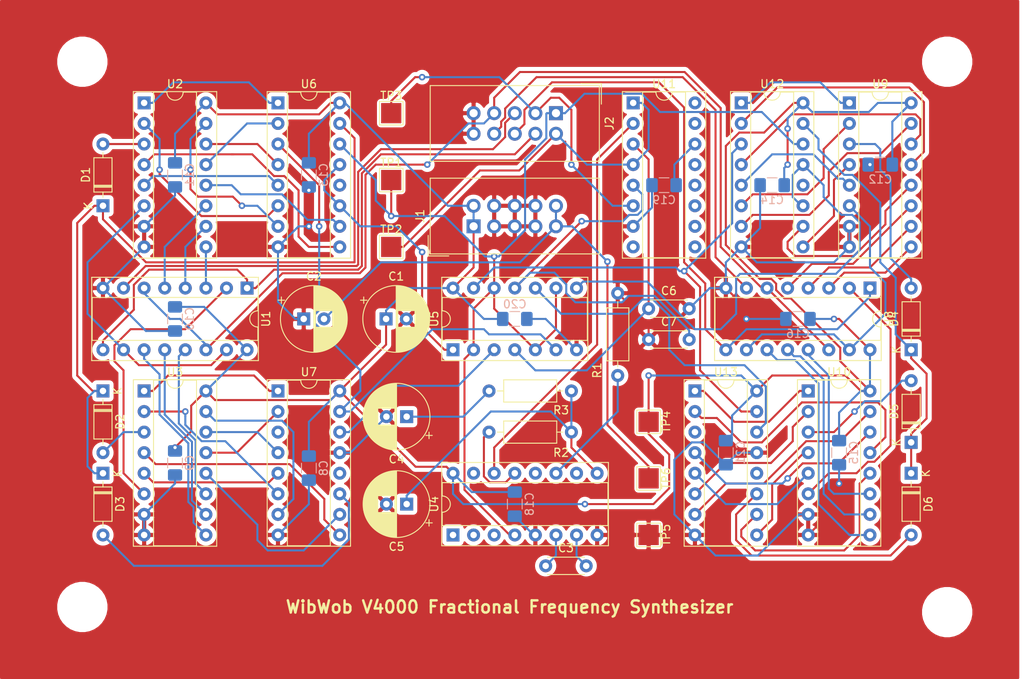
<source format=kicad_pcb>
(kicad_pcb (version 20171130) (host pcbnew 5.1.4-e60b266~84~ubuntu18.04.1)
  (layers (0 F.Cu signal) (31 B.Cu signal) (34 B.Paste user) (35 F.Paste user) (36 B.SilkS user) (37 F.SilkS user) (38 B.Mask user) (39 F.Mask user) (44 Edge.Cuts user))
  (net 0 "")
  (net 1 GND)
  (net 2 +12V)
  (net 3 -12V)
  (net 4 "Net-(C3-Pad1)")
  (net 5 "Net-(C3-Pad2)")
  (net 6 "Net-(C4-Pad1)")
  (net 7 "Net-(D1-Pad2)")
  (net 8 "Net-(D1-Pad1)")
  (net 9 "Net-(D2-Pad2)")
  (net 10 "Net-(D3-Pad2)")
  (net 11 "Net-(D4-Pad1)")
  (net 12 "Net-(D4-Pad2)")
  (net 13 "Net-(D5-Pad2)")
  (net 14 "Net-(D6-Pad2)")
  (net 15 "Net-(R1-Pad1)")
  (net 16 "Net-(R2-Pad2)")
  (net 17 FreqMultOut)
  (net 18 SigIn)
  (net 19 FreqDivOut)
  (net 20 CP1)
  (net 21 "Net-(U1-Pad2)")
  (net 22 "Net-(U1-Pad10)")
  (net 23 "Net-(U1-Pad3)")
  (net 24 "Net-(U1-Pad11)")
  (net 25 "Net-(U1-Pad4)")
  (net 26 "Net-(U1-Pad12)")
  (net 27 "Net-(U1-Pad5)")
  (net 28 "Net-(U1-Pad13)")
  (net 29 "Net-(U2-Pad15)")
  (net 30 "Net-(U2-Pad14)")
  (net 31 "Net-(U2-Pad13)")
  (net 32 "Net-(U2-Pad5)")
  (net 33 "Net-(U2-Pad12)")
  (net 34 "Net-(U2-Pad4)")
  (net 35 "Net-(U2-Pad2)")
  (net 36 "Net-(U2-Pad1)")
  (net 37 "Net-(U3-Pad1)")
  (net 38 "Net-(U3-Pad2)")
  (net 39 "Net-(U3-Pad4)")
  (net 40 "Net-(U3-Pad12)")
  (net 41 "Net-(U3-Pad5)")
  (net 42 "Net-(U3-Pad13)")
  (net 43 "Net-(U3-Pad14)")
  (net 44 "Net-(U3-Pad15)")
  (net 45 "Net-(U4-Pad1)")
  (net 46 "Net-(U4-Pad2)")
  (net 47 "Net-(U4-Pad10)")
  (net 48 FreqIn)
  (net 49 "Net-(U4-Pad12)")
  (net 50 "Net-(U4-Pad15)")
  (net 51 "Net-(U5-Pad3)")
  (net 52 "Net-(U6-Pad12)")
  (net 53 "Net-(U7-Pad12)")
  (net 54 "Net-(U10-Pad6)")
  (net 55 "Net-(U8-Pad10)")
  (net 56 "Net-(U8-Pad3)")
  (net 57 "Net-(U10-Pad9)")
  (net 58 "Net-(U8-Pad4)")
  (net 59 "Net-(U10-Pad10)")
  (net 60 "Net-(U8-Pad5)")
  (net 61 "Net-(U10-Pad11)")
  (net 62 "Net-(U12-Pad10)")
  (net 63 "Net-(U12-Pad7)")
  (net 64 "Net-(U12-Pad4)")
  (net 65 "Net-(U12-Pad6)")
  (net 66 "Net-(U12-Pad1)")
  (net 67 "Net-(U12-Pad9)")
  (net 68 "Net-(U12-Pad5)")
  (net 69 "Net-(U10-Pad1)")
  (net 70 "Net-(U10-Pad2)")
  (net 71 "Net-(U10-Pad4)")
  (net 72 "Net-(U10-Pad12)")
  (net 73 "Net-(U10-Pad5)")
  (net 74 "Net-(U10-Pad13)")
  (net 75 "Net-(U10-Pad14)")
  (net 76 "Net-(U10-Pad15)")
  (net 77 "Net-(U12-Pad2)")
  (net 78 "Net-(U12-Pad12)")
  (net 79 "Net-(U13-Pad12)")
  (net 80 "Net-(U12-Pad11)")
  (net 81 "Net-(U13-Pad14)")
  (net 82 D2)
  (net 83 CP2)
  (net 84 D1)
  (net 85 "Net-(U12-Pad3)")
  (net 86 "Net-(U5-Pad6)")
  (net 87 "Net-(U5-Pad1)")
  (net 88 "Net-(U7-Pad3)")
  (net 89 "Net-(U13-Pad3)")
  (net 90 "Net-(C5-Pad1)")
  (net 91 MR)
  (net 92 "Net-(C6-Pad1)")
  (net 93 "Net-(C7-Pad2)")
  (net 94 "Net-(U11-Pad2)")
  (module Capacitor_SMD:C_1206_3216Metric_Pad1.42x1.75mm_HandSolder (layer B.Cu) (at 125.095 83.82 90)
    (fp_text reference C21 (at 0 1.82 90) (layer B.SilkS) (effects (justify mirror)))
    (fp_text value 10nf)
    (pad 2 smd roundrect (at 1.4875 0 90) (size 1.425 1.75) (layers B.Cu B.Paste B.Mask) (roundrect_rratio 0.175439) (net 2 +12V))
    (pad 1 smd roundrect (at -1.4875 0 90) (size 1.425 1.75) (layers B.Cu B.Paste B.Mask) (roundrect_rratio 0.175439) (net 1 GND))
  )
  (module Capacitor_SMD:C_1206_3216Metric_Pad1.42x1.75mm_HandSolder (layer B.Cu) (at 99.06 67.31 180)
    (fp_text reference C20 (at 0 1.82) (layer B.SilkS) (effects (justify mirror)))
    (fp_text value 10nf)
    (pad 2 smd roundrect (at 1.4875 0 180) (size 1.425 1.75) (layers B.Cu B.Paste B.Mask) (roundrect_rratio 0.175439) (net 2 +12V))
    (pad 1 smd roundrect (at -1.4875 0 180) (size 1.425 1.75) (layers B.Cu B.Paste B.Mask) (roundrect_rratio 0.175439) (net 1 GND))
  )
  (module Capacitor_SMD:C_1206_3216Metric_Pad1.42x1.75mm_HandSolder (layer B.Cu) (at 117.475 50.8)
    (fp_text reference C19 (at 0 1.82) (layer B.SilkS) (effects (justify mirror)))
    (fp_text value 10nf)
    (pad 2 smd roundrect (at 1.4875 0) (size 1.425 1.75) (layers B.Cu B.Paste B.Mask) (roundrect_rratio 0.175439) (net 2 +12V))
    (pad 1 smd roundrect (at -1.4875 0) (size 1.425 1.75) (layers B.Cu B.Paste B.Mask) (roundrect_rratio 0.175439) (net 1 GND))
  )
  (module Capacitor_SMD:C_1206_3216Metric_Pad1.42x1.75mm_HandSolder (layer B.Cu) (at 99.06 90.17 90)
    (fp_text reference C18 (at 0 1.82 90) (layer B.SilkS) (effects (justify mirror)))
    (fp_text value 10nf)
    (pad 2 smd roundrect (at 1.4875 0 90) (size 1.425 1.75) (layers B.Cu B.Paste B.Mask) (roundrect_rratio 0.175439) (net 2 +12V))
    (pad 1 smd roundrect (at -1.4875 0 90) (size 1.425 1.75) (layers B.Cu B.Paste B.Mask) (roundrect_rratio 0.175439) (net 1 GND))
  )
  (module Capacitor_SMD:C_1206_3216Metric_Pad1.42x1.75mm_HandSolder (layer B.Cu) (at 133.985 67.31)
    (fp_text reference C16 (at 0 1.82) (layer B.SilkS) (effects (justify mirror)))
    (fp_text value 10nf)
    (pad 2 smd roundrect (at 1.4875 0) (size 1.425 1.75) (layers B.Cu B.Paste B.Mask) (roundrect_rratio 0.175439) (net 2 +12V))
    (pad 1 smd roundrect (at -1.4875 0) (size 1.425 1.75) (layers B.Cu B.Paste B.Mask) (roundrect_rratio 0.175439) (net 1 GND))
  )
  (module Capacitor_SMD:C_1206_3216Metric_Pad1.42x1.75mm_HandSolder (layer B.Cu) (at 139.065 83.82 90)
    (fp_text reference C15 (at 0 1.82 90) (layer B.SilkS) (effects (justify mirror)))
    (fp_text value 10nf)
    (pad 2 smd roundrect (at 1.4875 0 90) (size 1.425 1.75) (layers B.Cu B.Paste B.Mask) (roundrect_rratio 0.175439) (net 2 +12V))
    (pad 1 smd roundrect (at -1.4875 0 90) (size 1.425 1.75) (layers B.Cu B.Paste B.Mask) (roundrect_rratio 0.175439) (net 1 GND))
  )
  (module Capacitor_SMD:C_1206_3216Metric_Pad1.42x1.75mm_HandSolder (layer B.Cu) (at 130.81 50.8)
    (fp_text reference C14 (at 0 1.82) (layer B.SilkS) (effects (justify mirror)))
    (fp_text value 10nf)
    (pad 2 smd roundrect (at 1.4875 0) (size 1.425 1.75) (layers B.Cu B.Paste B.Mask) (roundrect_rratio 0.175439) (net 2 +12V))
    (pad 1 smd roundrect (at -1.4875 0) (size 1.425 1.75) (layers B.Cu B.Paste B.Mask) (roundrect_rratio 0.175439) (net 1 GND))
  )
  (module Capacitor_SMD:C_1206_3216Metric_Pad1.42x1.75mm_HandSolder (layer B.Cu) (at 73.66 49.53 90)
    (fp_text reference C13 (at 0 1.82 90) (layer B.SilkS) (effects (justify mirror)))
    (fp_text value 10nf)
    (pad 2 smd roundrect (at 1.4875 0 90) (size 1.425 1.75) (layers B.Cu B.Paste B.Mask) (roundrect_rratio 0.175439) (net 2 +12V))
    (pad 1 smd roundrect (at -1.4875 0 90) (size 1.425 1.75) (layers B.Cu B.Paste B.Mask) (roundrect_rratio 0.175439) (net 1 GND))
  )
  (module Capacitor_SMD:C_1206_3216Metric_Pad1.42x1.75mm_HandSolder (layer B.Cu) (at 144.145 48.26)
    (fp_text reference C12 (at 0 1.82) (layer B.SilkS) (effects (justify mirror)))
    (fp_text value 10nf)
    (pad 2 smd roundrect (at 1.4875 0) (size 1.425 1.75) (layers B.Cu B.Paste B.Mask) (roundrect_rratio 0.175439) (net 2 +12V))
    (pad 1 smd roundrect (at -1.4875 0) (size 1.425 1.75) (layers B.Cu B.Paste B.Mask) (roundrect_rratio 0.175439) (net 1 GND))
  )
  (module Capacitor_SMD:C_1206_3216Metric_Pad1.42x1.75mm_HandSolder (layer B.Cu) (at 57.15 49.53 90)
    (fp_text reference C11 (at 0 1.82 90) (layer B.SilkS) (effects (justify mirror)))
    (fp_text value 10nf)
    (pad 2 smd roundrect (at 1.4875 0 90) (size 1.425 1.75) (layers B.Cu B.Paste B.Mask) (roundrect_rratio 0.175439) (net 2 +12V))
    (pad 1 smd roundrect (at -1.4875 0 90) (size 1.425 1.75) (layers B.Cu B.Paste B.Mask) (roundrect_rratio 0.175439) (net 1 GND))
  )
  (module Capacitor_SMD:C_1206_3216Metric_Pad1.42x1.75mm_HandSolder (layer B.Cu) (at 57.15 67.31 90)
    (fp_text reference C10 (at 0 1.82 90) (layer B.SilkS) (effects (justify mirror)))
    (fp_text value 10nf)
    (pad 2 smd roundrect (at 1.4875 0 90) (size 1.425 1.75) (layers B.Cu B.Paste B.Mask) (roundrect_rratio 0.175439) (net 2 +12V))
    (pad 1 smd roundrect (at -1.4875 0 90) (size 1.425 1.75) (layers B.Cu B.Paste B.Mask) (roundrect_rratio 0.175439) (net 1 GND))
  )
  (module Capacitor_SMD:C_1206_3216Metric_Pad1.42x1.75mm_HandSolder (layer B.Cu) (at 57.15 85.09 90)
    (fp_text reference C9 (at 0 1.82 90) (layer B.SilkS) (effects (justify mirror)))
    (fp_text value 10nf)
    (pad 2 smd roundrect (at 1.4875 0 90) (size 1.425 1.75) (layers B.Cu B.Paste B.Mask) (roundrect_rratio 0.175439) (net 2 +12V))
    (pad 1 smd roundrect (at -1.4875 0 90) (size 1.425 1.75) (layers B.Cu B.Paste B.Mask) (roundrect_rratio 0.175439) (net 1 GND))
  )
  (module Capacitor_SMD:C_1206_3216Metric_Pad1.42x1.75mm_HandSolder (layer B.Cu) (at 73.66 85.725 90)
    (fp_text reference C8 (at 0 1.82 90) (layer B.SilkS) (effects (justify mirror)))
    (fp_text value 10nf)
    (pad 2 smd roundrect (at 1.4875 0 90) (size 1.425 1.75) (layers B.Cu B.Paste B.Mask) (roundrect_rratio 0.175439) (net 2 +12V))
    (pad 1 smd roundrect (at -1.4875 0 90) (size 1.425 1.75) (layers B.Cu B.Paste B.Mask) (roundrect_rratio 0.175439) (net 1 GND))
  )
  (module MountingHole:MountingHole_2.2mm_M2 (layer F.Cu) (at 152.4 35.56)
    (fp_text reference REF** hide)
    (fp_text value MountingHole_2.2mm_M2)
    (pad 1 np_thru_hole circle (at 0 0) (size 2.2 2.2) (drill 2.2) (layers *.Cu *.Mask))
  )
  (module MountingHole:MountingHole_2.2mm_M2 (layer F.Cu) (at 152.4 103.505)
    (fp_text reference REF** hide)
    (fp_text value MountingHole_2.2mm_M2)
    (pad 1 np_thru_hole circle (at 0 0) (size 2.2 2.2) (drill 2.2) (layers *.Cu *.Mask))
  )
  (module MountingHole:MountingHole_2.2mm_M2 (layer F.Cu) (at 45.72 102.87)
    (fp_text reference REF** hide)
    (fp_text value MountingHole_2.2mm_M2)
    (pad 1 np_thru_hole circle (at 0 0) (size 2.2 2.2) (drill 2.2) (layers *.Cu *.Mask))
  )
  (module Package_DIP:DIP-16_W7.62mm_Socket (layer F.Cu) (at 121.285 76.2)
    (fp_text reference U13 (at 3.81 -2.33) (layer F.SilkS))
    (fp_text value 4017)
    (pad 16 thru_hole oval (at 7.62 0) (size 1.6 1.6) (drill 0.8) (layers *.Cu *.Mask) (net 2 +12V))
    (pad 8 thru_hole oval (at 0 17.78) (size 1.6 1.6) (drill 0.8) (layers *.Cu *.Mask) (net 1 GND))
    (pad 15 thru_hole oval (at 7.62 2.54) (size 1.6 1.6) (drill 0.8) (layers *.Cu *.Mask) (net 85 "Net-(U12-Pad3)"))
    (pad 7 thru_hole oval (at 0 15.24) (size 1.6 1.6) (drill 0.8) (layers *.Cu *.Mask) (net 76 "Net-(U10-Pad15)"))
    (pad 14 thru_hole oval (at 7.62 5.08) (size 1.6 1.6) (drill 0.8) (layers *.Cu *.Mask) (net 81 "Net-(U13-Pad14)"))
    (pad 6 thru_hole oval (at 0 12.7) (size 1.6 1.6) (drill 0.8) (layers *.Cu *.Mask) (net 70 "Net-(U10-Pad2)"))
    (pad 13 thru_hole oval (at 7.62 7.62) (size 1.6 1.6) (drill 0.8) (layers *.Cu *.Mask) (net 1 GND))
    (pad 5 thru_hole oval (at 0 10.16) (size 1.6 1.6) (drill 0.8) (layers *.Cu *.Mask) (net 73 "Net-(U10-Pad5)"))
    (pad 12 thru_hole oval (at 7.62 10.16) (size 1.6 1.6) (drill 0.8) (layers *.Cu *.Mask) (net 79 "Net-(U13-Pad12)"))
    (pad 4 thru_hole oval (at 0 7.62) (size 1.6 1.6) (drill 0.8) (layers *.Cu *.Mask) (net 75 "Net-(U10-Pad14)"))
    (pad 11 thru_hole oval (at 7.62 12.7) (size 1.6 1.6) (drill 0.8) (layers *.Cu *.Mask) (net 14 "Net-(D6-Pad2)"))
    (pad 3 thru_hole oval (at 0 5.08) (size 1.6 1.6) (drill 0.8) (layers *.Cu *.Mask) (net 89 "Net-(U13-Pad3)"))
    (pad 10 thru_hole oval (at 7.62 15.24) (size 1.6 1.6) (drill 0.8) (layers *.Cu *.Mask) (net 72 "Net-(U10-Pad12)"))
    (pad 2 thru_hole oval (at 0 2.54) (size 1.6 1.6) (drill 0.8) (layers *.Cu *.Mask) (net 74 "Net-(U10-Pad13)"))
    (pad 9 thru_hole oval (at 7.62 17.78) (size 1.6 1.6) (drill 0.8) (layers *.Cu *.Mask) (net 71 "Net-(U10-Pad4)"))
    (pad 1 thru_hole rect (at 0 0) (size 1.6 1.6) (drill 0.8) (layers *.Cu *.Mask) (net 69 "Net-(U10-Pad1)"))
  )
  (module Package_DIP:DIP-16_W7.62mm_Socket (layer F.Cu) (at 113.665 40.64)
    (fp_text reference U11 (at 3.81 -2.33) (layer F.SilkS))
    (fp_text value 40106)
    (pad 16 thru_hole oval (at 7.62 0) (size 1.6 1.6) (drill 0.8) (layers *.Cu *.Mask))
    (pad 8 thru_hole oval (at 0 17.78) (size 1.6 1.6) (drill 0.8) (layers *.Cu *.Mask))
    (pad 15 thru_hole oval (at 7.62 2.54) (size 1.6 1.6) (drill 0.8) (layers *.Cu *.Mask))
    (pad 7 thru_hole oval (at 0 15.24) (size 1.6 1.6) (drill 0.8) (layers *.Cu *.Mask) (net 1 GND))
    (pad 14 thru_hole oval (at 7.62 5.08) (size 1.6 1.6) (drill 0.8) (layers *.Cu *.Mask) (net 2 +12V))
    (pad 6 thru_hole oval (at 0 12.7) (size 1.6 1.6) (drill 0.8) (layers *.Cu *.Mask) (net 19 FreqDivOut))
    (pad 13 thru_hole oval (at 7.62 7.62) (size 1.6 1.6) (drill 0.8) (layers *.Cu *.Mask))
    (pad 5 thru_hole oval (at 0 10.16) (size 1.6 1.6) (drill 0.8) (layers *.Cu *.Mask) (net 93 "Net-(C7-Pad2)"))
    (pad 12 thru_hole oval (at 7.62 10.16) (size 1.6 1.6) (drill 0.8) (layers *.Cu *.Mask))
    (pad 4 thru_hole oval (at 0 7.62) (size 1.6 1.6) (drill 0.8) (layers *.Cu *.Mask) (net 18 SigIn))
    (pad 11 thru_hole oval (at 7.62 12.7) (size 1.6 1.6) (drill 0.8) (layers *.Cu *.Mask))
    (pad 3 thru_hole oval (at 0 5.08) (size 1.6 1.6) (drill 0.8) (layers *.Cu *.Mask) (net 92 "Net-(C6-Pad1)"))
    (pad 10 thru_hole oval (at 7.62 15.24) (size 1.6 1.6) (drill 0.8) (layers *.Cu *.Mask))
    (pad 2 thru_hole oval (at 0 2.54) (size 1.6 1.6) (drill 0.8) (layers *.Cu *.Mask) (net 94 "Net-(U11-Pad2)"))
    (pad 9 thru_hole oval (at 7.62 17.78) (size 1.6 1.6) (drill 0.8) (layers *.Cu *.Mask))
    (pad 1 thru_hole rect (at 0 0) (size 1.6 1.6) (drill 0.8) (layers *.Cu *.Mask) (net 18 SigIn))
  )
  (module Capacitor_THT:C_Disc_D4.3mm_W1.9mm_P5.00mm (layer F.Cu) (at 115.57 69.85)
    (fp_text reference C7 (at 2.5 -2.2) (layer F.SilkS))
    (fp_text value 224nf)
    (pad 2 thru_hole circle (at 5 0) (size 1.6 1.6) (drill 0.8) (layers *.Cu *.Mask) (net 93 "Net-(C7-Pad2)"))
    (pad 1 thru_hole circle (at 0 0) (size 1.6 1.6) (drill 0.8) (layers *.Cu *.Mask) (net 1 GND))
  )
  (module Capacitor_THT:C_Disc_D4.3mm_W1.9mm_P5.00mm (layer F.Cu) (at 115.57 66.04)
    (fp_text reference C6 (at 2.5 -2.2) (layer F.SilkS))
    (fp_text value 224nf)
    (pad 2 thru_hole circle (at 5 0) (size 1.6 1.6) (drill 0.8) (layers *.Cu *.Mask) (net 1 GND))
    (pad 1 thru_hole circle (at 0 0) (size 1.6 1.6) (drill 0.8) (layers *.Cu *.Mask) (net 92 "Net-(C6-Pad1)"))
  )
  (module Capacitor_THT:CP_Radial_D8.0mm_P2.50mm (layer F.Cu) (at 85.725 90.17 180)
    (fp_text reference C5 (at 1.25 -5.25) (layer F.SilkS))
    (fp_text value 10uf)
    (pad 2 thru_hole circle (at 2.5 0 180) (size 1.6 1.6) (drill 0.8) (layers *.Cu *.Mask) (net 1 GND))
    (pad 1 thru_hole rect (at 0 0 180) (size 1.6 1.6) (drill 0.8) (layers *.Cu *.Mask) (net 90 "Net-(C5-Pad1)"))
  )
  (module Package_DIP:DIP-16_W7.62mm_Socket (layer F.Cu) (at 69.85 40.64)
    (fp_text reference U6 (at 3.81 -2.33) (layer F.SilkS))
    (fp_text value 4017)
    (pad 16 thru_hole oval (at 7.62 0) (size 1.6 1.6) (drill 0.8) (layers *.Cu *.Mask) (net 2 +12V))
    (pad 8 thru_hole oval (at 0 17.78) (size 1.6 1.6) (drill 0.8) (layers *.Cu *.Mask) (net 1 GND))
    (pad 15 thru_hole oval (at 7.62 2.54) (size 1.6 1.6) (drill 0.8) (layers *.Cu *.Mask) (net 8 "Net-(D1-Pad1)"))
    (pad 7 thru_hole oval (at 0 15.24) (size 1.6 1.6) (drill 0.8) (layers *.Cu *.Mask) (net 29 "Net-(U2-Pad15)"))
    (pad 14 thru_hole oval (at 7.62 5.08) (size 1.6 1.6) (drill 0.8) (layers *.Cu *.Mask) (net 17 FreqMultOut))
    (pad 6 thru_hole oval (at 0 12.7) (size 1.6 1.6) (drill 0.8) (layers *.Cu *.Mask) (net 35 "Net-(U2-Pad2)"))
    (pad 13 thru_hole oval (at 7.62 7.62) (size 1.6 1.6) (drill 0.8) (layers *.Cu *.Mask) (net 87 "Net-(U5-Pad1)"))
    (pad 5 thru_hole oval (at 0 10.16) (size 1.6 1.6) (drill 0.8) (layers *.Cu *.Mask) (net 32 "Net-(U2-Pad5)"))
    (pad 12 thru_hole oval (at 7.62 10.16) (size 1.6 1.6) (drill 0.8) (layers *.Cu *.Mask) (net 52 "Net-(U6-Pad12)"))
    (pad 4 thru_hole oval (at 0 7.62) (size 1.6 1.6) (drill 0.8) (layers *.Cu *.Mask) (net 30 "Net-(U2-Pad14)"))
    (pad 11 thru_hole oval (at 7.62 12.7) (size 1.6 1.6) (drill 0.8) (layers *.Cu *.Mask) (net 87 "Net-(U5-Pad1)"))
    (pad 3 thru_hole oval (at 0 5.08) (size 1.6 1.6) (drill 0.8) (layers *.Cu *.Mask) (net 86 "Net-(U5-Pad6)"))
    (pad 10 thru_hole oval (at 7.62 15.24) (size 1.6 1.6) (drill 0.8) (layers *.Cu *.Mask) (net 33 "Net-(U2-Pad12)"))
    (pad 2 thru_hole oval (at 0 2.54) (size 1.6 1.6) (drill 0.8) (layers *.Cu *.Mask) (net 31 "Net-(U2-Pad13)"))
    (pad 9 thru_hole oval (at 7.62 17.78) (size 1.6 1.6) (drill 0.8) (layers *.Cu *.Mask) (net 34 "Net-(U2-Pad4)"))
    (pad 1 thru_hole rect (at 0 0) (size 1.6 1.6) (drill 0.8) (layers *.Cu *.Mask) (net 36 "Net-(U2-Pad1)"))
  )
  (module MountingHole:MountingHole_2.2mm_M2 (layer F.Cu) (at 45.72 35.56)
    (fp_text reference REF** hide)
    (fp_text value MountingHole_2.2mm_M2)
    (pad 1 np_thru_hole circle (at 0 0) (size 2.2 2.2) (drill 2.2) (layers *.Cu *.Mask))
  )
  (module Package_DIP:DIP-16_W7.62mm_Socket (layer F.Cu) (at 127 40.64)
    (fp_text reference U12 (at 3.81 -2.33) (layer F.SilkS))
    (fp_text value 4017)
    (pad 16 thru_hole oval (at 7.62 0) (size 1.6 1.6) (drill 0.8) (layers *.Cu *.Mask) (net 2 +12V))
    (pad 8 thru_hole oval (at 0 17.78) (size 1.6 1.6) (drill 0.8) (layers *.Cu *.Mask) (net 1 GND))
    (pad 15 thru_hole oval (at 7.62 2.54) (size 1.6 1.6) (drill 0.8) (layers *.Cu *.Mask) (net 11 "Net-(D4-Pad1)"))
    (pad 7 thru_hole oval (at 0 15.24) (size 1.6 1.6) (drill 0.8) (layers *.Cu *.Mask) (net 63 "Net-(U12-Pad7)"))
    (pad 14 thru_hole oval (at 7.62 5.08) (size 1.6 1.6) (drill 0.8) (layers *.Cu *.Mask) (net 17 FreqMultOut))
    (pad 6 thru_hole oval (at 0 12.7) (size 1.6 1.6) (drill 0.8) (layers *.Cu *.Mask) (net 65 "Net-(U12-Pad6)"))
    (pad 13 thru_hole oval (at 7.62 7.62) (size 1.6 1.6) (drill 0.8) (layers *.Cu *.Mask) (net 80 "Net-(U12-Pad11)"))
    (pad 5 thru_hole oval (at 0 10.16) (size 1.6 1.6) (drill 0.8) (layers *.Cu *.Mask) (net 68 "Net-(U12-Pad5)"))
    (pad 12 thru_hole oval (at 7.62 10.16) (size 1.6 1.6) (drill 0.8) (layers *.Cu *.Mask) (net 78 "Net-(U12-Pad12)"))
    (pad 4 thru_hole oval (at 0 7.62) (size 1.6 1.6) (drill 0.8) (layers *.Cu *.Mask) (net 64 "Net-(U12-Pad4)"))
    (pad 11 thru_hole oval (at 7.62 12.7) (size 1.6 1.6) (drill 0.8) (layers *.Cu *.Mask) (net 80 "Net-(U12-Pad11)"))
    (pad 3 thru_hole oval (at 0 5.08) (size 1.6 1.6) (drill 0.8) (layers *.Cu *.Mask) (net 85 "Net-(U12-Pad3)"))
    (pad 10 thru_hole oval (at 7.62 15.24) (size 1.6 1.6) (drill 0.8) (layers *.Cu *.Mask) (net 62 "Net-(U12-Pad10)"))
    (pad 2 thru_hole oval (at 0 2.54) (size 1.6 1.6) (drill 0.8) (layers *.Cu *.Mask) (net 77 "Net-(U12-Pad2)"))
    (pad 9 thru_hole oval (at 7.62 17.78) (size 1.6 1.6) (drill 0.8) (layers *.Cu *.Mask) (net 67 "Net-(U12-Pad9)"))
    (pad 1 thru_hole rect (at 0 0) (size 1.6 1.6) (drill 0.8) (layers *.Cu *.Mask) (net 66 "Net-(U12-Pad1)"))
  )
  (module Package_DIP:DIP-16_W7.62mm_Socket (layer F.Cu) (at 135.255 76.2)
    (fp_text reference U10 (at 3.81 -2.33) (layer F.SilkS))
    (fp_text value 4051)
    (pad 16 thru_hole oval (at 7.62 0) (size 1.6 1.6) (drill 0.8) (layers *.Cu *.Mask) (net 2 +12V))
    (pad 8 thru_hole oval (at 0 17.78) (size 1.6 1.6) (drill 0.8) (layers *.Cu *.Mask) (net 1 GND))
    (pad 15 thru_hole oval (at 7.62 2.54) (size 1.6 1.6) (drill 0.8) (layers *.Cu *.Mask) (net 76 "Net-(U10-Pad15)"))
    (pad 7 thru_hole oval (at 0 15.24) (size 1.6 1.6) (drill 0.8) (layers *.Cu *.Mask) (net 1 GND))
    (pad 14 thru_hole oval (at 7.62 5.08) (size 1.6 1.6) (drill 0.8) (layers *.Cu *.Mask) (net 75 "Net-(U10-Pad14)"))
    (pad 6 thru_hole oval (at 0 12.7) (size 1.6 1.6) (drill 0.8) (layers *.Cu *.Mask) (net 54 "Net-(U10-Pad6)"))
    (pad 13 thru_hole oval (at 7.62 7.62) (size 1.6 1.6) (drill 0.8) (layers *.Cu *.Mask) (net 74 "Net-(U10-Pad13)"))
    (pad 5 thru_hole oval (at 0 10.16) (size 1.6 1.6) (drill 0.8) (layers *.Cu *.Mask) (net 73 "Net-(U10-Pad5)"))
    (pad 12 thru_hole oval (at 7.62 10.16) (size 1.6 1.6) (drill 0.8) (layers *.Cu *.Mask) (net 72 "Net-(U10-Pad12)"))
    (pad 4 thru_hole oval (at 0 7.62) (size 1.6 1.6) (drill 0.8) (layers *.Cu *.Mask) (net 71 "Net-(U10-Pad4)"))
    (pad 11 thru_hole oval (at 7.62 12.7) (size 1.6 1.6) (drill 0.8) (layers *.Cu *.Mask) (net 61 "Net-(U10-Pad11)"))
    (pad 3 thru_hole oval (at 0 5.08) (size 1.6 1.6) (drill 0.8) (layers *.Cu *.Mask) (net 13 "Net-(D5-Pad2)"))
    (pad 10 thru_hole oval (at 7.62 15.24) (size 1.6 1.6) (drill 0.8) (layers *.Cu *.Mask) (net 59 "Net-(U10-Pad10)"))
    (pad 2 thru_hole oval (at 0 2.54) (size 1.6 1.6) (drill 0.8) (layers *.Cu *.Mask) (net 70 "Net-(U10-Pad2)"))
    (pad 9 thru_hole oval (at 7.62 17.78) (size 1.6 1.6) (drill 0.8) (layers *.Cu *.Mask) (net 57 "Net-(U10-Pad9)"))
    (pad 1 thru_hole rect (at 0 0) (size 1.6 1.6) (drill 0.8) (layers *.Cu *.Mask) (net 69 "Net-(U10-Pad1)"))
  )
  (module Package_DIP:DIP-16_W7.62mm_Socket (layer F.Cu) (at 140.335 40.64)
    (fp_text reference U9 (at 3.81 -2.33) (layer F.SilkS))
    (fp_text value 4051)
    (pad 16 thru_hole oval (at 7.62 0) (size 1.6 1.6) (drill 0.8) (layers *.Cu *.Mask) (net 2 +12V))
    (pad 8 thru_hole oval (at 0 17.78) (size 1.6 1.6) (drill 0.8) (layers *.Cu *.Mask) (net 1 GND))
    (pad 15 thru_hole oval (at 7.62 2.54) (size 1.6 1.6) (drill 0.8) (layers *.Cu *.Mask) (net 63 "Net-(U12-Pad7)"))
    (pad 7 thru_hole oval (at 0 15.24) (size 1.6 1.6) (drill 0.8) (layers *.Cu *.Mask) (net 1 GND))
    (pad 14 thru_hole oval (at 7.62 5.08) (size 1.6 1.6) (drill 0.8) (layers *.Cu *.Mask) (net 64 "Net-(U12-Pad4)"))
    (pad 6 thru_hole oval (at 0 12.7) (size 1.6 1.6) (drill 0.8) (layers *.Cu *.Mask) (net 55 "Net-(U8-Pad10)"))
    (pad 13 thru_hole oval (at 7.62 7.62) (size 1.6 1.6) (drill 0.8) (layers *.Cu *.Mask) (net 77 "Net-(U12-Pad2)"))
    (pad 5 thru_hole oval (at 0 10.16) (size 1.6 1.6) (drill 0.8) (layers *.Cu *.Mask) (net 68 "Net-(U12-Pad5)"))
    (pad 12 thru_hole oval (at 7.62 10.16) (size 1.6 1.6) (drill 0.8) (layers *.Cu *.Mask) (net 62 "Net-(U12-Pad10)"))
    (pad 4 thru_hole oval (at 0 7.62) (size 1.6 1.6) (drill 0.8) (layers *.Cu *.Mask) (net 67 "Net-(U12-Pad9)"))
    (pad 11 thru_hole oval (at 7.62 12.7) (size 1.6 1.6) (drill 0.8) (layers *.Cu *.Mask) (net 60 "Net-(U8-Pad5)"))
    (pad 3 thru_hole oval (at 0 5.08) (size 1.6 1.6) (drill 0.8) (layers *.Cu *.Mask) (net 12 "Net-(D4-Pad2)"))
    (pad 10 thru_hole oval (at 7.62 15.24) (size 1.6 1.6) (drill 0.8) (layers *.Cu *.Mask) (net 58 "Net-(U8-Pad4)"))
    (pad 2 thru_hole oval (at 0 2.54) (size 1.6 1.6) (drill 0.8) (layers *.Cu *.Mask) (net 65 "Net-(U12-Pad6)"))
    (pad 9 thru_hole oval (at 7.62 17.78) (size 1.6 1.6) (drill 0.8) (layers *.Cu *.Mask) (net 56 "Net-(U8-Pad3)"))
    (pad 1 thru_hole rect (at 0 0) (size 1.6 1.6) (drill 0.8) (layers *.Cu *.Mask) (net 66 "Net-(U12-Pad1)"))
  )
  (module Package_DIP:DIP-16_W7.62mm_Socket (layer F.Cu) (at 142.875 63.5 270)
    (fp_text reference U8 (at 3.81 -2.33 90) (layer F.SilkS))
    (fp_text value 4015)
    (pad 16 thru_hole oval (at 7.62 0 270) (size 1.6 1.6) (drill 0.8) (layers *.Cu *.Mask) (net 2 +12V))
    (pad 8 thru_hole oval (at 0 17.78 270) (size 1.6 1.6) (drill 0.8) (layers *.Cu *.Mask) (net 1 GND))
    (pad 15 thru_hole oval (at 7.62 2.54 270) (size 1.6 1.6) (drill 0.8) (layers *.Cu *.Mask) (net 55 "Net-(U8-Pad10)"))
    (pad 7 thru_hole oval (at 0 15.24 270) (size 1.6 1.6) (drill 0.8) (layers *.Cu *.Mask) (net 82 D2))
    (pad 14 thru_hole oval (at 7.62 5.08 270) (size 1.6 1.6) (drill 0.8) (layers *.Cu *.Mask) (net 91 MR))
    (pad 6 thru_hole oval (at 0 12.7 270) (size 1.6 1.6) (drill 0.8) (layers *.Cu *.Mask) (net 91 MR))
    (pad 13 thru_hole oval (at 7.62 7.62 270) (size 1.6 1.6) (drill 0.8) (layers *.Cu *.Mask) (net 61 "Net-(U10-Pad11)"))
    (pad 5 thru_hole oval (at 0 10.16 270) (size 1.6 1.6) (drill 0.8) (layers *.Cu *.Mask) (net 60 "Net-(U8-Pad5)"))
    (pad 12 thru_hole oval (at 7.62 10.16 270) (size 1.6 1.6) (drill 0.8) (layers *.Cu *.Mask) (net 59 "Net-(U10-Pad10)"))
    (pad 4 thru_hole oval (at 0 7.62 270) (size 1.6 1.6) (drill 0.8) (layers *.Cu *.Mask) (net 58 "Net-(U8-Pad4)"))
    (pad 11 thru_hole oval (at 7.62 12.7 270) (size 1.6 1.6) (drill 0.8) (layers *.Cu *.Mask) (net 57 "Net-(U10-Pad9)"))
    (pad 3 thru_hole oval (at 0 5.08 270) (size 1.6 1.6) (drill 0.8) (layers *.Cu *.Mask) (net 56 "Net-(U8-Pad3)"))
    (pad 10 thru_hole oval (at 7.62 15.24 270) (size 1.6 1.6) (drill 0.8) (layers *.Cu *.Mask) (net 55 "Net-(U8-Pad10)"))
    (pad 2 thru_hole oval (at 0 2.54 270) (size 1.6 1.6) (drill 0.8) (layers *.Cu *.Mask) (net 54 "Net-(U10-Pad6)"))
    (pad 9 thru_hole oval (at 7.62 17.78 270) (size 1.6 1.6) (drill 0.8) (layers *.Cu *.Mask) (net 83 CP2))
    (pad 1 thru_hole rect (at 0 0 270) (size 1.6 1.6) (drill 0.8) (layers *.Cu *.Mask) (net 83 CP2))
  )
  (module Package_DIP:DIP-16_W7.62mm_Socket (layer F.Cu) (at 69.85 76.2)
    (fp_text reference U7 (at 3.81 -2.33) (layer F.SilkS))
    (fp_text value 4017)
    (pad 16 thru_hole oval (at 7.62 0) (size 1.6 1.6) (drill 0.8) (layers *.Cu *.Mask) (net 2 +12V))
    (pad 8 thru_hole oval (at 0 17.78) (size 1.6 1.6) (drill 0.8) (layers *.Cu *.Mask) (net 1 GND))
    (pad 15 thru_hole oval (at 7.62 2.54) (size 1.6 1.6) (drill 0.8) (layers *.Cu *.Mask) (net 86 "Net-(U5-Pad6)"))
    (pad 7 thru_hole oval (at 0 15.24) (size 1.6 1.6) (drill 0.8) (layers *.Cu *.Mask) (net 44 "Net-(U3-Pad15)"))
    (pad 14 thru_hole oval (at 7.62 5.08) (size 1.6 1.6) (drill 0.8) (layers *.Cu *.Mask) (net 51 "Net-(U5-Pad3)"))
    (pad 6 thru_hole oval (at 0 12.7) (size 1.6 1.6) (drill 0.8) (layers *.Cu *.Mask) (net 38 "Net-(U3-Pad2)"))
    (pad 13 thru_hole oval (at 7.62 7.62) (size 1.6 1.6) (drill 0.8) (layers *.Cu *.Mask) (net 1 GND))
    (pad 5 thru_hole oval (at 0 10.16) (size 1.6 1.6) (drill 0.8) (layers *.Cu *.Mask) (net 41 "Net-(U3-Pad5)"))
    (pad 12 thru_hole oval (at 7.62 10.16) (size 1.6 1.6) (drill 0.8) (layers *.Cu *.Mask) (net 53 "Net-(U7-Pad12)"))
    (pad 4 thru_hole oval (at 0 7.62) (size 1.6 1.6) (drill 0.8) (layers *.Cu *.Mask) (net 43 "Net-(U3-Pad14)"))
    (pad 11 thru_hole oval (at 7.62 12.7) (size 1.6 1.6) (drill 0.8) (layers *.Cu *.Mask) (net 10 "Net-(D3-Pad2)"))
    (pad 3 thru_hole oval (at 0 5.08) (size 1.6 1.6) (drill 0.8) (layers *.Cu *.Mask) (net 88 "Net-(U7-Pad3)"))
    (pad 10 thru_hole oval (at 7.62 15.24) (size 1.6 1.6) (drill 0.8) (layers *.Cu *.Mask) (net 40 "Net-(U3-Pad12)"))
    (pad 2 thru_hole oval (at 0 2.54) (size 1.6 1.6) (drill 0.8) (layers *.Cu *.Mask) (net 42 "Net-(U3-Pad13)"))
    (pad 9 thru_hole oval (at 7.62 17.78) (size 1.6 1.6) (drill 0.8) (layers *.Cu *.Mask) (net 39 "Net-(U3-Pad4)"))
    (pad 1 thru_hole rect (at 0 0) (size 1.6 1.6) (drill 0.8) (layers *.Cu *.Mask) (net 37 "Net-(U3-Pad1)"))
  )
  (module Package_DIP:DIP-14_W7.62mm_Socket (layer F.Cu) (at 91.44 71.12 90)
    (fp_text reference U5 (at 3.81 -2.33 90) (layer F.SilkS))
    (fp_text value 4081)
    (pad 14 thru_hole oval (at 7.62 0 90) (size 1.6 1.6) (drill 0.8) (layers *.Cu *.Mask) (net 2 +12V))
    (pad 7 thru_hole oval (at 0 15.24 90) (size 1.6 1.6) (drill 0.8) (layers *.Cu *.Mask) (net 1 GND))
    (pad 13 thru_hole oval (at 7.62 2.54 90) (size 1.6 1.6) (drill 0.8) (layers *.Cu *.Mask) (net 85 "Net-(U12-Pad3)"))
    (pad 6 thru_hole oval (at 0 12.7 90) (size 1.6 1.6) (drill 0.8) (layers *.Cu *.Mask) (net 86 "Net-(U5-Pad6)"))
    (pad 12 thru_hole oval (at 7.62 5.08 90) (size 1.6 1.6) (drill 0.8) (layers *.Cu *.Mask) (net 17 FreqMultOut))
    (pad 5 thru_hole oval (at 0 10.16 90) (size 1.6 1.6) (drill 0.8) (layers *.Cu *.Mask) (net 17 FreqMultOut))
    (pad 11 thru_hole oval (at 7.62 7.62 90) (size 1.6 1.6) (drill 0.8) (layers *.Cu *.Mask) (net 93 "Net-(C7-Pad2)"))
    (pad 4 thru_hole oval (at 0 7.62 90) (size 1.6 1.6) (drill 0.8) (layers *.Cu *.Mask) (net 92 "Net-(C6-Pad1)"))
    (pad 10 thru_hole oval (at 7.62 10.16 90) (size 1.6 1.6) (drill 0.8) (layers *.Cu *.Mask) (net 81 "Net-(U13-Pad14)"))
    (pad 3 thru_hole oval (at 0 5.08 90) (size 1.6 1.6) (drill 0.8) (layers *.Cu *.Mask) (net 51 "Net-(U5-Pad3)"))
    (pad 9 thru_hole oval (at 7.62 12.7 90) (size 1.6 1.6) (drill 0.8) (layers *.Cu *.Mask) (net 17 FreqMultOut))
    (pad 2 thru_hole oval (at 0 2.54 90) (size 1.6 1.6) (drill 0.8) (layers *.Cu *.Mask) (net 17 FreqMultOut))
    (pad 8 thru_hole oval (at 7.62 15.24 90) (size 1.6 1.6) (drill 0.8) (layers *.Cu *.Mask) (net 80 "Net-(U12-Pad11)"))
    (pad 1 thru_hole rect (at 0 0 90) (size 1.6 1.6) (drill 0.8) (layers *.Cu *.Mask) (net 87 "Net-(U5-Pad1)"))
  )
  (module Package_DIP:DIP-16_W7.62mm_Socket (layer F.Cu) (at 53.34 76.2)
    (fp_text reference U3 (at 3.81 -2.33) (layer F.SilkS))
    (fp_text value 4051)
    (pad 16 thru_hole oval (at 7.62 0) (size 1.6 1.6) (drill 0.8) (layers *.Cu *.Mask) (net 2 +12V))
    (pad 8 thru_hole oval (at 0 17.78) (size 1.6 1.6) (drill 0.8) (layers *.Cu *.Mask) (net 1 GND))
    (pad 15 thru_hole oval (at 7.62 2.54) (size 1.6 1.6) (drill 0.8) (layers *.Cu *.Mask) (net 44 "Net-(U3-Pad15)"))
    (pad 7 thru_hole oval (at 0 15.24) (size 1.6 1.6) (drill 0.8) (layers *.Cu *.Mask) (net 1 GND))
    (pad 14 thru_hole oval (at 7.62 5.08) (size 1.6 1.6) (drill 0.8) (layers *.Cu *.Mask) (net 43 "Net-(U3-Pad14)"))
    (pad 6 thru_hole oval (at 0 12.7) (size 1.6 1.6) (drill 0.8) (layers *.Cu *.Mask) (net 21 "Net-(U1-Pad2)"))
    (pad 13 thru_hole oval (at 7.62 7.62) (size 1.6 1.6) (drill 0.8) (layers *.Cu *.Mask) (net 42 "Net-(U3-Pad13)"))
    (pad 5 thru_hole oval (at 0 10.16) (size 1.6 1.6) (drill 0.8) (layers *.Cu *.Mask) (net 41 "Net-(U3-Pad5)"))
    (pad 12 thru_hole oval (at 7.62 10.16) (size 1.6 1.6) (drill 0.8) (layers *.Cu *.Mask) (net 40 "Net-(U3-Pad12)"))
    (pad 4 thru_hole oval (at 0 7.62) (size 1.6 1.6) (drill 0.8) (layers *.Cu *.Mask) (net 39 "Net-(U3-Pad4)"))
    (pad 11 thru_hole oval (at 7.62 12.7) (size 1.6 1.6) (drill 0.8) (layers *.Cu *.Mask) (net 28 "Net-(U1-Pad13)"))
    (pad 3 thru_hole oval (at 0 5.08) (size 1.6 1.6) (drill 0.8) (layers *.Cu *.Mask) (net 9 "Net-(D2-Pad2)"))
    (pad 10 thru_hole oval (at 7.62 15.24) (size 1.6 1.6) (drill 0.8) (layers *.Cu *.Mask) (net 26 "Net-(U1-Pad12)"))
    (pad 2 thru_hole oval (at 0 2.54) (size 1.6 1.6) (drill 0.8) (layers *.Cu *.Mask) (net 38 "Net-(U3-Pad2)"))
    (pad 9 thru_hole oval (at 7.62 17.78) (size 1.6 1.6) (drill 0.8) (layers *.Cu *.Mask) (net 24 "Net-(U1-Pad11)"))
    (pad 1 thru_hole rect (at 0 0) (size 1.6 1.6) (drill 0.8) (layers *.Cu *.Mask) (net 37 "Net-(U3-Pad1)"))
  )
  (module Package_DIP:DIP-16_W7.62mm_Socket (layer F.Cu) (at 53.34 40.64)
    (fp_text reference U2 (at 3.81 -2.33) (layer F.SilkS))
    (fp_text value 4051)
    (pad 16 thru_hole oval (at 7.62 0) (size 1.6 1.6) (drill 0.8) (layers *.Cu *.Mask) (net 2 +12V))
    (pad 8 thru_hole oval (at 0 17.78) (size 1.6 1.6) (drill 0.8) (layers *.Cu *.Mask) (net 1 GND))
    (pad 15 thru_hole oval (at 7.62 2.54) (size 1.6 1.6) (drill 0.8) (layers *.Cu *.Mask) (net 29 "Net-(U2-Pad15)"))
    (pad 7 thru_hole oval (at 0 15.24) (size 1.6 1.6) (drill 0.8) (layers *.Cu *.Mask) (net 1 GND))
    (pad 14 thru_hole oval (at 7.62 5.08) (size 1.6 1.6) (drill 0.8) (layers *.Cu *.Mask) (net 30 "Net-(U2-Pad14)"))
    (pad 6 thru_hole oval (at 0 12.7) (size 1.6 1.6) (drill 0.8) (layers *.Cu *.Mask) (net 22 "Net-(U1-Pad10)"))
    (pad 13 thru_hole oval (at 7.62 7.62) (size 1.6 1.6) (drill 0.8) (layers *.Cu *.Mask) (net 31 "Net-(U2-Pad13)"))
    (pad 5 thru_hole oval (at 0 10.16) (size 1.6 1.6) (drill 0.8) (layers *.Cu *.Mask) (net 32 "Net-(U2-Pad5)"))
    (pad 12 thru_hole oval (at 7.62 10.16) (size 1.6 1.6) (drill 0.8) (layers *.Cu *.Mask) (net 33 "Net-(U2-Pad12)"))
    (pad 4 thru_hole oval (at 0 7.62) (size 1.6 1.6) (drill 0.8) (layers *.Cu *.Mask) (net 34 "Net-(U2-Pad4)"))
    (pad 11 thru_hole oval (at 7.62 12.7) (size 1.6 1.6) (drill 0.8) (layers *.Cu *.Mask) (net 27 "Net-(U1-Pad5)"))
    (pad 3 thru_hole oval (at 0 5.08) (size 1.6 1.6) (drill 0.8) (layers *.Cu *.Mask) (net 7 "Net-(D1-Pad2)"))
    (pad 10 thru_hole oval (at 7.62 15.24) (size 1.6 1.6) (drill 0.8) (layers *.Cu *.Mask) (net 25 "Net-(U1-Pad4)"))
    (pad 2 thru_hole oval (at 0 2.54) (size 1.6 1.6) (drill 0.8) (layers *.Cu *.Mask) (net 35 "Net-(U2-Pad2)"))
    (pad 9 thru_hole oval (at 7.62 17.78) (size 1.6 1.6) (drill 0.8) (layers *.Cu *.Mask) (net 23 "Net-(U1-Pad3)"))
    (pad 1 thru_hole rect (at 0 0) (size 1.6 1.6) (drill 0.8) (layers *.Cu *.Mask) (net 36 "Net-(U2-Pad1)"))
  )
  (module Package_DIP:DIP-16_W7.62mm_Socket (layer F.Cu) (at 66.04 63.5 270)
    (fp_text reference U1 (at 3.81 -2.33 90) (layer F.SilkS))
    (fp_text value 4015)
    (pad 16 thru_hole oval (at 7.62 0 270) (size 1.6 1.6) (drill 0.8) (layers *.Cu *.Mask) (net 2 +12V))
    (pad 8 thru_hole oval (at 0 17.78 270) (size 1.6 1.6) (drill 0.8) (layers *.Cu *.Mask) (net 1 GND))
    (pad 15 thru_hole oval (at 7.62 2.54 270) (size 1.6 1.6) (drill 0.8) (layers *.Cu *.Mask) (net 22 "Net-(U1-Pad10)"))
    (pad 7 thru_hole oval (at 0 15.24 270) (size 1.6 1.6) (drill 0.8) (layers *.Cu *.Mask) (net 84 D1))
    (pad 14 thru_hole oval (at 7.62 5.08 270) (size 1.6 1.6) (drill 0.8) (layers *.Cu *.Mask) (net 91 MR))
    (pad 6 thru_hole oval (at 0 12.7 270) (size 1.6 1.6) (drill 0.8) (layers *.Cu *.Mask) (net 91 MR))
    (pad 13 thru_hole oval (at 7.62 7.62 270) (size 1.6 1.6) (drill 0.8) (layers *.Cu *.Mask) (net 28 "Net-(U1-Pad13)"))
    (pad 5 thru_hole oval (at 0 10.16 270) (size 1.6 1.6) (drill 0.8) (layers *.Cu *.Mask) (net 27 "Net-(U1-Pad5)"))
    (pad 12 thru_hole oval (at 7.62 10.16 270) (size 1.6 1.6) (drill 0.8) (layers *.Cu *.Mask) (net 26 "Net-(U1-Pad12)"))
    (pad 4 thru_hole oval (at 0 7.62 270) (size 1.6 1.6) (drill 0.8) (layers *.Cu *.Mask) (net 25 "Net-(U1-Pad4)"))
    (pad 11 thru_hole oval (at 7.62 12.7 270) (size 1.6 1.6) (drill 0.8) (layers *.Cu *.Mask) (net 24 "Net-(U1-Pad11)"))
    (pad 3 thru_hole oval (at 0 5.08 270) (size 1.6 1.6) (drill 0.8) (layers *.Cu *.Mask) (net 23 "Net-(U1-Pad3)"))
    (pad 10 thru_hole oval (at 7.62 15.24 270) (size 1.6 1.6) (drill 0.8) (layers *.Cu *.Mask) (net 22 "Net-(U1-Pad10)"))
    (pad 2 thru_hole oval (at 0 2.54 270) (size 1.6 1.6) (drill 0.8) (layers *.Cu *.Mask) (net 21 "Net-(U1-Pad2)"))
    (pad 9 thru_hole oval (at 7.62 17.78 270) (size 1.6 1.6) (drill 0.8) (layers *.Cu *.Mask) (net 20 CP1))
    (pad 1 thru_hole rect (at 0 0 270) (size 1.6 1.6) (drill 0.8) (layers *.Cu *.Mask) (net 20 CP1))
  )
  (module Connector_IDC:IDC-Header_2x05_P2.54mm_Vertical (layer F.Cu) (at 104.14 41.91 270)
    (fp_text reference J2 (at 1.27 -6.604 90) (layer F.SilkS))
    (fp_text value Conn_01x10_Male)
    (pad 10 thru_hole oval (at 2.54 10.16 270) (size 1.7272 1.7272) (drill 1.016) (layers *.Cu *.Mask) (net 1 GND))
    (pad 9 thru_hole oval (at 0 10.16 270) (size 1.7272 1.7272) (drill 1.016) (layers *.Cu *.Mask) (net 1 GND))
    (pad 8 thru_hole oval (at 2.54 7.62 270) (size 1.7272 1.7272) (drill 1.016) (layers *.Cu *.Mask) (net 82 D2))
    (pad 7 thru_hole oval (at 0 7.62 270) (size 1.7272 1.7272) (drill 1.016) (layers *.Cu *.Mask) (net 91 MR))
    (pad 6 thru_hole oval (at 2.54 5.08 270) (size 1.7272 1.7272) (drill 1.016) (layers *.Cu *.Mask) (net 83 CP2))
    (pad 5 thru_hole oval (at 0 5.08 270) (size 1.7272 1.7272) (drill 1.016) (layers *.Cu *.Mask) (net 84 D1))
    (pad 4 thru_hole oval (at 2.54 2.54 270) (size 1.7272 1.7272) (drill 1.016) (layers *.Cu *.Mask) (net 20 CP1))
    (pad 3 thru_hole oval (at 0 2.54 270) (size 1.7272 1.7272) (drill 1.016) (layers *.Cu *.Mask) (net 19 FreqDivOut))
    (pad 2 thru_hole oval (at 2.54 0 270) (size 1.7272 1.7272) (drill 1.016) (layers *.Cu *.Mask) (net 18 SigIn))
    (pad 1 thru_hole rect (at 0 0 270) (size 1.7272 1.7272) (drill 1.016) (layers *.Cu *.Mask) (net 17 FreqMultOut))
  )
  (module Capacitor_THT:CP_Radial_D8.0mm_P2.50mm (layer F.Cu) (at 83.185 67.31)
    (fp_text reference C1 (at 1.25 -5.25) (layer F.SilkS))
    (fp_text value 4.7uf)
    (pad 2 thru_hole circle (at 2.5 0) (size 1.6 1.6) (drill 0.8) (layers *.Cu *.Mask) (net 1 GND))
    (pad 1 thru_hole rect (at 0 0) (size 1.6 1.6) (drill 0.8) (layers *.Cu *.Mask) (net 2 +12V))
  )
  (module Capacitor_THT:CP_Radial_D8.0mm_P2.50mm (layer F.Cu) (at 73.025 67.31)
    (fp_text reference C2 (at 1.25 -5.25) (layer F.SilkS))
    (fp_text value 4.7uf)
    (pad 1 thru_hole rect (at 0 0) (size 1.6 1.6) (drill 0.8) (layers *.Cu *.Mask) (net 1 GND))
    (pad 2 thru_hole circle (at 2.5 0) (size 1.6 1.6) (drill 0.8) (layers *.Cu *.Mask) (net 3 -12V))
  )
  (module Capacitor_THT:C_Disc_D4.3mm_W1.9mm_P5.00mm (layer F.Cu) (at 102.87 97.79)
    (fp_text reference C3 (at 2.5 -2.2) (layer F.SilkS))
    (fp_text value 102)
    (pad 1 thru_hole circle (at 0 0) (size 1.6 1.6) (drill 0.8) (layers *.Cu *.Mask) (net 4 "Net-(C3-Pad1)"))
    (pad 2 thru_hole circle (at 5 0) (size 1.6 1.6) (drill 0.8) (layers *.Cu *.Mask) (net 5 "Net-(C3-Pad2)"))
  )
  (module Capacitor_THT:CP_Radial_D8.0mm_P2.50mm (layer F.Cu) (at 85.725 79.375 180)
    (fp_text reference C4 (at 1.25 -5.25) (layer F.SilkS))
    (fp_text value 10uf)
    (pad 1 thru_hole rect (at 0 0 180) (size 1.6 1.6) (drill 0.8) (layers *.Cu *.Mask) (net 6 "Net-(C4-Pad1)"))
    (pad 2 thru_hole circle (at 2.5 0 180) (size 1.6 1.6) (drill 0.8) (layers *.Cu *.Mask) (net 1 GND))
  )
  (module Diode_THT:D_DO-35_SOD27_P7.62mm_Horizontal (layer F.Cu) (at 48.26 53.34 90)
    (fp_text reference D1 (at 3.81 -2.12 90) (layer F.SilkS))
    (fp_text value 1N4148)
    (fp_text user K (at 0 -1.8 90) (layer F.SilkS))
    (pad 2 thru_hole oval (at 7.62 0 90) (size 1.6 1.6) (drill 0.8) (layers *.Cu *.Mask) (net 7 "Net-(D1-Pad2)"))
    (pad 1 thru_hole rect (at 0 0 90) (size 1.6 1.6) (drill 0.8) (layers *.Cu *.Mask) (net 8 "Net-(D1-Pad1)"))
  )
  (module Diode_THT:D_DO-35_SOD27_P7.62mm_Horizontal (layer F.Cu) (at 48.26 76.2 270)
    (fp_text reference D2 (at 3.81 -2.12 90) (layer F.SilkS))
    (fp_text value 1N4148)
    (fp_text user K (at 0 -1.8 90) (layer F.SilkS))
    (pad 2 thru_hole oval (at 7.62 0 270) (size 1.6 1.6) (drill 0.8) (layers *.Cu *.Mask) (net 9 "Net-(D2-Pad2)"))
    (pad 1 thru_hole rect (at 0 0 270) (size 1.6 1.6) (drill 0.8) (layers *.Cu *.Mask) (net 8 "Net-(D1-Pad1)"))
  )
  (module Diode_THT:D_DO-35_SOD27_P7.62mm_Horizontal (layer F.Cu) (at 48.26 86.36 270)
    (fp_text reference D3 (at 3.81 -2.12 90) (layer F.SilkS))
    (fp_text value 1N4148)
    (fp_text user K (at 0 -1.8 90) (layer F.SilkS))
    (pad 1 thru_hole rect (at 0 0 270) (size 1.6 1.6) (drill 0.8) (layers *.Cu *.Mask) (net 8 "Net-(D1-Pad1)"))
    (pad 2 thru_hole oval (at 7.62 0 270) (size 1.6 1.6) (drill 0.8) (layers *.Cu *.Mask) (net 10 "Net-(D3-Pad2)"))
  )
  (module Diode_THT:D_DO-35_SOD27_P7.62mm_Horizontal (layer F.Cu) (at 147.955 71.12 90)
    (fp_text reference D4 (at 3.81 -2.12 90) (layer F.SilkS))
    (fp_text value 1N4148)
    (fp_text user K (at 0 -1.8 90) (layer F.SilkS))
    (pad 1 thru_hole rect (at 0 0 90) (size 1.6 1.6) (drill 0.8) (layers *.Cu *.Mask) (net 11 "Net-(D4-Pad1)"))
    (pad 2 thru_hole oval (at 7.62 0 90) (size 1.6 1.6) (drill 0.8) (layers *.Cu *.Mask) (net 12 "Net-(D4-Pad2)"))
  )
  (module Diode_THT:D_DO-35_SOD27_P7.62mm_Horizontal (layer F.Cu) (at 147.955 82.55 90)
    (fp_text reference D5 (at 3.81 -2.12 90) (layer F.SilkS))
    (fp_text value 1N4148)
    (fp_text user K (at 0 -1.8 90) (layer F.SilkS))
    (pad 1 thru_hole rect (at 0 0 90) (size 1.6 1.6) (drill 0.8) (layers *.Cu *.Mask) (net 11 "Net-(D4-Pad1)"))
    (pad 2 thru_hole oval (at 7.62 0 90) (size 1.6 1.6) (drill 0.8) (layers *.Cu *.Mask) (net 13 "Net-(D5-Pad2)"))
  )
  (module Diode_THT:D_DO-35_SOD27_P7.62mm_Horizontal (layer F.Cu) (at 147.955 86.36 270)
    (fp_text reference D6 (at 3.81 -2.12 90) (layer F.SilkS))
    (fp_text value 1N4148)
    (fp_text user K (at 0 -1.8 90) (layer F.SilkS))
    (pad 2 thru_hole oval (at 7.62 0 270) (size 1.6 1.6) (drill 0.8) (layers *.Cu *.Mask) (net 14 "Net-(D6-Pad2)"))
    (pad 1 thru_hole rect (at 0 0 270) (size 1.6 1.6) (drill 0.8) (layers *.Cu *.Mask) (net 11 "Net-(D4-Pad1)"))
  )
  (module Connector_IDC:IDC-Header_2x05_P2.54mm_Vertical (layer F.Cu) (at 93.98 55.88 90)
    (fp_text reference J1 (at 1.27 -6.604 90) (layer F.SilkS))
    (fp_text value EURO_PWR_2x5)
    (pad 1 thru_hole rect (at 0 0 90) (size 1.7272 1.7272) (drill 1.016) (layers *.Cu *.Mask) (net 2 +12V))
    (pad 2 thru_hole oval (at 2.54 0 90) (size 1.7272 1.7272) (drill 1.016) (layers *.Cu *.Mask) (net 2 +12V))
    (pad 3 thru_hole oval (at 0 2.54 90) (size 1.7272 1.7272) (drill 1.016) (layers *.Cu *.Mask) (net 1 GND))
    (pad 4 thru_hole oval (at 2.54 2.54 90) (size 1.7272 1.7272) (drill 1.016) (layers *.Cu *.Mask) (net 1 GND))
    (pad 5 thru_hole oval (at 0 5.08 90) (size 1.7272 1.7272) (drill 1.016) (layers *.Cu *.Mask) (net 1 GND))
    (pad 6 thru_hole oval (at 2.54 5.08 90) (size 1.7272 1.7272) (drill 1.016) (layers *.Cu *.Mask) (net 1 GND))
    (pad 7 thru_hole oval (at 0 7.62 90) (size 1.7272 1.7272) (drill 1.016) (layers *.Cu *.Mask) (net 1 GND))
    (pad 8 thru_hole oval (at 2.54 7.62 90) (size 1.7272 1.7272) (drill 1.016) (layers *.Cu *.Mask) (net 1 GND))
    (pad 9 thru_hole oval (at 0 10.16 90) (size 1.7272 1.7272) (drill 1.016) (layers *.Cu *.Mask) (net 3 -12V))
    (pad 10 thru_hole oval (at 2.54 10.16 90) (size 1.7272 1.7272) (drill 1.016) (layers *.Cu *.Mask) (net 3 -12V))
  )
  (module Resistor_THT:R_Axial_DIN0207_L6.3mm_D2.5mm_P10.16mm_Horizontal (layer F.Cu) (at 111.76 74.295 90)
    (fp_text reference R1 (at 0.635 -2.54 90) (layer F.SilkS))
    (fp_text value R4k7)
    (pad 1 thru_hole circle (at 0 0 90) (size 1.6 1.6) (drill 0.8) (layers *.Cu *.Mask) (net 15 "Net-(R1-Pad1)"))
    (pad 2 thru_hole oval (at 10.16 0 90) (size 1.6 1.6) (drill 0.8) (layers *.Cu *.Mask) (net 1 GND))
  )
  (module Resistor_THT:R_Axial_DIN0207_L6.3mm_D2.5mm_P10.16mm_Horizontal (layer F.Cu) (at 106.045 81.28 180)
    (fp_text reference R2 (at 1.27 -2.54) (layer F.SilkS))
    (fp_text value 10k)
    (pad 1 thru_hole circle (at 0 0 180) (size 1.6 1.6) (drill 0.8) (layers *.Cu *.Mask) (net 90 "Net-(C5-Pad1)"))
    (pad 2 thru_hole oval (at 10.16 0 180) (size 1.6 1.6) (drill 0.8) (layers *.Cu *.Mask) (net 16 "Net-(R2-Pad2)"))
  )
  (module Resistor_THT:R_Axial_DIN0207_L6.3mm_D2.5mm_P10.16mm_Horizontal (layer F.Cu) (at 106.045 76.2 180)
    (fp_text reference R3 (at 1.27 -2.37) (layer F.SilkS))
    (fp_text value 10k)
    (pad 2 thru_hole oval (at 10.16 0 180) (size 1.6 1.6) (drill 0.8) (layers *.Cu *.Mask) (net 6 "Net-(C4-Pad1)"))
    (pad 1 thru_hole circle (at 0 0 180) (size 1.6 1.6) (drill 0.8) (layers *.Cu *.Mask) (net 90 "Net-(C5-Pad1)"))
  )
  (module TestPoint:TestPoint_Pad_2.5x2.5mm (layer F.Cu) (at 83.82 50.165)
    (fp_text reference TP1 (at 0 -2.148) (layer F.SilkS))
    (fp_text value FreqMultOut)
    (pad 1 smd rect (at 0 0) (size 2.5 2.5) (layers F.Cu F.Mask) (net 17 FreqMultOut))
  )
  (module TestPoint:TestPoint_Pad_2.5x2.5mm (layer F.Cu) (at 83.82 58.42)
    (fp_text reference TP2 (at 0 -2.148) (layer F.SilkS))
    (fp_text value SigIn)
    (pad 1 smd rect (at 0 0) (size 2.5 2.5) (layers F.Cu F.Mask) (net 18 SigIn))
  )
  (module TestPoint:TestPoint_Pad_2.5x2.5mm (layer F.Cu) (at 83.82 41.91)
    (fp_text reference TP3 (at 0 -2.148) (layer F.SilkS))
    (fp_text value FreqDivOut)
    (pad 1 smd rect (at 0 0) (size 2.5 2.5) (layers F.Cu F.Mask) (net 19 FreqDivOut))
  )
  (module TestPoint:TestPoint_Pad_2.5x2.5mm (layer F.Cu) (at 115.57 80.01 270)
    (fp_text reference TP4 (at 0 -2.148 90) (layer F.SilkS))
    (fp_text value +12V)
    (pad 1 smd rect (at 0 0 270) (size 2.5 2.5) (layers F.Cu F.Mask) (net 2 +12V))
  )
  (module TestPoint:TestPoint_Pad_2.5x2.5mm (layer F.Cu) (at 115.57 93.98 270)
    (fp_text reference TP5 (at 0 -2.148 90) (layer F.SilkS))
    (fp_text value GND)
    (pad 1 smd rect (at 0 0 270) (size 2.5 2.5) (layers F.Cu F.Mask) (net 1 GND))
  )
  (module TestPoint:TestPoint_Pad_2.5x2.5mm (layer F.Cu) (at 115.57 86.995 270)
    (fp_text reference TP6 (at 0 -2.148 90) (layer F.SilkS))
    (fp_text value -12V)
    (pad 1 smd rect (at 0 0 270) (size 2.5 2.5) (layers F.Cu F.Mask) (net 3 -12V))
  )
  (module Package_DIP:DIP-16_W7.62mm_Socket (layer F.Cu) (at 91.44 93.98 90)
    (fp_text reference U4 (at 3.81 -2.33 90) (layer F.SilkS))
    (fp_text value 4046)
    (pad 1 thru_hole rect (at 0 0 90) (size 1.6 1.6) (drill 0.8) (layers *.Cu *.Mask) (net 45 "Net-(U4-Pad1)"))
    (pad 9 thru_hole oval (at 7.62 17.78 90) (size 1.6 1.6) (drill 0.8) (layers *.Cu *.Mask) (net 90 "Net-(C5-Pad1)"))
    (pad 2 thru_hole oval (at 0 2.54 90) (size 1.6 1.6) (drill 0.8) (layers *.Cu *.Mask) (net 46 "Net-(U4-Pad2)"))
    (pad 10 thru_hole oval (at 7.62 15.24 90) (size 1.6 1.6) (drill 0.8) (layers *.Cu *.Mask) (net 47 "Net-(U4-Pad10)"))
    (pad 3 thru_hole oval (at 0 5.08 90) (size 1.6 1.6) (drill 0.8) (layers *.Cu *.Mask) (net 48 FreqIn))
    (pad 11 thru_hole oval (at 7.62 12.7 90) (size 1.6 1.6) (drill 0.8) (layers *.Cu *.Mask) (net 15 "Net-(R1-Pad1)"))
    (pad 4 thru_hole oval (at 0 7.62 90) (size 1.6 1.6) (drill 0.8) (layers *.Cu *.Mask) (net 17 FreqMultOut))
    (pad 12 thru_hole oval (at 7.62 10.16 90) (size 1.6 1.6) (drill 0.8) (layers *.Cu *.Mask) (net 49 "Net-(U4-Pad12)"))
    (pad 5 thru_hole oval (at 0 10.16 90) (size 1.6 1.6) (drill 0.8) (layers *.Cu *.Mask) (net 1 GND))
    (pad 13 thru_hole oval (at 7.62 7.62 90) (size 1.6 1.6) (drill 0.8) (layers *.Cu *.Mask) (net 16 "Net-(R2-Pad2)"))
    (pad 6 thru_hole oval (at 0 12.7 90) (size 1.6 1.6) (drill 0.8) (layers *.Cu *.Mask) (net 4 "Net-(C3-Pad1)"))
    (pad 14 thru_hole oval (at 7.62 5.08 90) (size 1.6 1.6) (drill 0.8) (layers *.Cu *.Mask) (net 94 "Net-(U11-Pad2)"))
    (pad 7 thru_hole oval (at 0 15.24 90) (size 1.6 1.6) (drill 0.8) (layers *.Cu *.Mask) (net 5 "Net-(C3-Pad2)"))
    (pad 15 thru_hole oval (at 7.62 2.54 90) (size 1.6 1.6) (drill 0.8) (layers *.Cu *.Mask) (net 50 "Net-(U4-Pad15)"))
    (pad 8 thru_hole oval (at 0 17.78 90) (size 1.6 1.6) (drill 0.8) (layers *.Cu *.Mask) (net 1 GND))
    (pad 16 thru_hole oval (at 7.62 0 90) (size 1.6 1.6) (drill 0.8) (layers *.Cu *.Mask) (net 2 +12V))
  )
  (gr_text "WibWob V4000 Fractional Frequency Synthesizer" (at 98.425 102.87) (layer F.SilkS) (effects (font (size 1.5 1.5) (thickness 0.3))))
  (via (at 57.15 83.185) (size 0.8) (drill 0.4) (layers F.Cu B.Cu) (net 2))
  (via (at 73.66 51.435) (size 0.8) (drill 0.4) (layers F.Cu B.Cu) (net 1))
  (via (at 142.875 48.26) (size 0.8) (drill 0.4) (layers F.Cu B.Cu) (net 1))
  (segment (start 53.34 91.44) (end 53.34 93.98) (width 0.25) (layer B.Cu) (net 1))
  (segment (start 71.975 67.31) (end 73.025 67.31) (width 0.25) (layer B.Cu) (net 1))
  (segment (start 69.85 65.185) (end 71.975 67.31) (width 0.25) (layer B.Cu) (net 1))
  (segment (start 69.85 58.42) (end 69.85 65.185) (width 0.25) (layer B.Cu) (net 1))
  (segment (start 115.57 67.945) (end 111.76 64.135) (width 0.25) (layer F.Cu) (net 1))
  (segment (start 115.57 69.85) (end 115.57 67.945) (width 0.25) (layer F.Cu) (net 1))
  (segment (start 140.335 55.88) (end 140.335 58.42) (width 0.25) (layer B.Cu) (net 1))
  (segment (start 78.78 83.82) (end 83.225 79.375) (width 0.25) (layer B.Cu) (net 1))
  (segment (start 77.47 83.82) (end 78.78 83.82) (width 0.25) (layer B.Cu) (net 1))
  (segment (start 122.084999 94.779999) (end 121.285 93.98) (width 0.25) (layer B.Cu) (net 1))
  (segment (start 123.825 96.52) (end 122.084999 94.779999) (width 0.25) (layer B.Cu) (net 1))
  (segment (start 129.04363 96.52) (end 123.825 96.52) (width 0.25) (layer B.Cu) (net 1))
  (segment (start 135.255 91.44) (end 134.12363 91.44) (width 0.25) (layer B.Cu) (net 1))
  (segment (start 134.12363 91.44) (end 129.04363 96.52) (width 0.25) (layer B.Cu) (net 1))
  (segment (start 48.26 63.5) (end 53.34 58.42) (width 0.25) (layer B.Cu) (net 1))
  (segment (start 125.095 60.325) (end 125.095 63.5) (width 0.25) (layer B.Cu) (net 1))
  (segment (start 127 58.42) (end 125.095 60.325) (width 0.25) (layer B.Cu) (net 1))
  (segment (start 123.11 63.5) (end 120.57 66.04) (width 0.25) (layer B.Cu) (net 1))
  (segment (start 125.095 63.5) (end 123.11 63.5) (width 0.25) (layer B.Cu) (net 1))
  (segment (start 115.9875 53.5575) (end 113.665 55.88) (width 0.25) (layer B.Cu) (net 1))
  (segment (start 115.9875 50.8) (end 115.9875 53.5575) (width 0.25) (layer B.Cu) (net 1))
  (segment (start 129.3225 50.8) (end 129.3225 56.0975) (width 0.25) (layer B.Cu) (net 1))
  (segment (start 129.3225 56.0975) (end 127 58.42) (width 0.25) (layer B.Cu) (net 1))
  (segment (start 138.43 60.325) (end 140.335 58.42) (width 0.25) (layer B.Cu) (net 1))
  (segment (start 127 58.42) (end 128.905 60.325) (width 0.25) (layer B.Cu) (net 1))
  (segment (start 128.905 60.325) (end 138.43 60.325) (width 0.25) (layer B.Cu) (net 1))
  (segment (start 54.139999 55.080001) (end 53.34 55.88) (width 0.25) (layer B.Cu) (net 1))
  (segment (start 57.15 51.0175) (end 57.15 52.07) (width 0.25) (layer B.Cu) (net 1))
  (segment (start 57.15 52.07) (end 54.139999 55.080001) (width 0.25) (layer B.Cu) (net 1))
  (segment (start 73.66 51.435) (end 73.66 55.88) (width 0.25) (layer F.Cu) (net 1))
  (segment (start 73.66 55.88) (end 73.66 55.88) (width 0.25) (layer F.Cu) (net 1))
  (via (at 73.66 55.88) (size 0.8) (drill 0.4) (layers F.Cu B.Cu) (net 1))
  (segment (start 72.39 55.88) (end 69.85 58.42) (width 0.25) (layer B.Cu) (net 1))
  (segment (start 73.66 55.88) (end 72.39 55.88) (width 0.25) (layer B.Cu) (net 1))
  (segment (start 73.66 86.5775) (end 72.888653 87.348847) (width 0.25) (layer B.Cu) (net 1))
  (segment (start 73.66 90.17) (end 73.66 87.2125) (width 0.25) (layer B.Cu) (net 1))
  (segment (start 69.85 93.98) (end 73.66 90.17) (width 0.25) (layer B.Cu) (net 1))
  (segment (start 57.15 87.63) (end 57.15 86.5775) (width 0.25) (layer B.Cu) (net 1))
  (segment (start 53.34 91.44) (end 57.15 87.63) (width 0.25) (layer B.Cu) (net 1))
  (segment (start 101.3825 93.98) (end 101.6 93.98) (width 0.25) (layer B.Cu) (net 1))
  (segment (start 99.06 91.6575) (end 101.3825 93.98) (width 0.25) (layer B.Cu) (net 1))
  (segment (start 126.5825 83.82) (end 125.095 85.3075) (width 0.25) (layer B.Cu) (net 1))
  (segment (start 128.905 83.82) (end 126.5825 83.82) (width 0.25) (layer B.Cu) (net 1))
  (segment (start 122.3375 82.55) (end 125.095 85.3075) (width 0.25) (layer B.Cu) (net 1))
  (segment (start 120.889998 82.55) (end 122.3375 82.55) (width 0.25) (layer B.Cu) (net 1))
  (segment (start 118.745 84.694998) (end 120.889998 82.55) (width 0.25) (layer B.Cu) (net 1))
  (segment (start 121.285 93.98) (end 118.745 91.44) (width 0.25) (layer B.Cu) (net 1))
  (segment (start 118.745 91.44) (end 118.745 84.694998) (width 0.25) (layer B.Cu) (net 1))
  (segment (start 102.87 67.31) (end 100.5475 67.31) (width 0.25) (layer B.Cu) (net 1))
  (segment (start 106.68 71.12) (end 102.87 67.31) (width 0.25) (layer B.Cu) (net 1))
  (segment (start 132.4975 67.31) (end 127.635 67.31) (width 0.25) (layer B.Cu) (net 1))
  (segment (start 127.635 67.31) (end 127.635 67.31) (width 0.25) (layer B.Cu) (net 1))
  (via (at 127.635 67.31) (size 0.8) (drill 0.4) (layers F.Cu B.Cu) (net 1))
  (segment (start 127.635 66.04) (end 125.095 63.5) (width 0.25) (layer F.Cu) (net 1))
  (segment (start 127.635 67.31) (end 127.635 66.04) (width 0.25) (layer F.Cu) (net 1))
  (segment (start 139.065 85.3075) (end 139.065 87.63) (width 0.25) (layer B.Cu) (net 1))
  (segment (start 139.065 87.63) (end 139.065 87.63) (width 0.25) (layer B.Cu) (net 1))
  (via (at 139.065 87.63) (size 0.8) (drill 0.4) (layers F.Cu B.Cu) (net 1))
  (segment (start 139.065 90.17) (end 135.255 93.98) (width 0.25) (layer F.Cu) (net 1))
  (segment (start 139.065 87.63) (end 139.065 90.17) (width 0.25) (layer F.Cu) (net 1))
  (segment (start 53.5575 68.7975) (end 48.26 63.5) (width 0.25) (layer B.Cu) (net 1))
  (segment (start 57.15 68.7975) (end 53.5575 68.7975) (width 0.25) (layer B.Cu) (net 1))
  (segment (start 76.33863 40.64) (end 77.47 40.64) (width 0.25) (layer F.Cu) (net 2))
  (segment (start 74.923631 42.054999) (end 76.33863 40.64) (width 0.25) (layer F.Cu) (net 2))
  (segment (start 62.374999 42.054999) (end 74.923631 42.054999) (width 0.25) (layer F.Cu) (net 2))
  (segment (start 60.96 40.64) (end 62.374999 42.054999) (width 0.25) (layer F.Cu) (net 2))
  (segment (start 76.670001 76.999999) (end 77.47 76.2) (width 0.25) (layer F.Cu) (net 2))
  (segment (start 76.344999 77.325001) (end 76.670001 76.999999) (width 0.25) (layer F.Cu) (net 2))
  (segment (start 62.085001 77.325001) (end 76.344999 77.325001) (width 0.25) (layer F.Cu) (net 2))
  (segment (start 60.96 76.2) (end 62.085001 77.325001) (width 0.25) (layer F.Cu) (net 2))
  (segment (start 83.185 70.485) (end 83.185 67.31) (width 0.25) (layer F.Cu) (net 2))
  (segment (start 77.47 76.2) (end 83.185 70.485) (width 0.25) (layer F.Cu) (net 2))
  (segment (start 93.98 54.7664) (end 93.98 53.34) (width 0.25) (layer B.Cu) (net 2))
  (segment (start 93.98 55.88) (end 93.98 54.7664) (width 0.25) (layer B.Cu) (net 2))
  (segment (start 78.105 40.64) (end 77.47 40.64) (width 0.25) (layer B.Cu) (net 2))
  (segment (start 93.98 53.34) (end 90.805 53.34) (width 0.25) (layer B.Cu) (net 2))
  (segment (start 90.805 53.34) (end 78.105 40.64) (width 0.25) (layer B.Cu) (net 2))
  (segment (start 78.269999 76.999999) (end 77.47 76.2) (width 0.25) (layer F.Cu) (net 2))
  (segment (start 86.830001 85.560001) (end 78.269999 76.999999) (width 0.25) (layer F.Cu) (net 2))
  (segment (start 90.640001 85.560001) (end 86.830001 85.560001) (width 0.25) (layer F.Cu) (net 2))
  (segment (start 91.44 86.36) (end 90.640001 85.560001) (width 0.25) (layer F.Cu) (net 2))
  (segment (start 90.30863 63.5) (end 91.44 63.5) (width 0.25) (layer B.Cu) (net 2))
  (segment (start 85.945 63.5) (end 90.30863 63.5) (width 0.25) (layer B.Cu) (net 2))
  (segment (start 83.185 66.26) (end 85.945 63.5) (width 0.25) (layer B.Cu) (net 2))
  (segment (start 83.185 67.31) (end 83.185 66.26) (width 0.25) (layer B.Cu) (net 2))
  (segment (start 93.98 60.96) (end 91.44 63.5) (width 0.25) (layer F.Cu) (net 2))
  (segment (start 93.98 55.88) (end 93.98 60.96) (width 0.25) (layer F.Cu) (net 2))
  (segment (start 130.81 74.295) (end 129.704999 75.400001) (width 0.25) (layer F.Cu) (net 2))
  (segment (start 142.875 76.2) (end 141.74363 76.2) (width 0.25) (layer F.Cu) (net 2))
  (segment (start 129.704999 75.400001) (end 128.905 76.2) (width 0.25) (layer F.Cu) (net 2))
  (segment (start 139.83863 74.295) (end 130.81 74.295) (width 0.25) (layer F.Cu) (net 2))
  (segment (start 141.74363 76.2) (end 139.83863 74.295) (width 0.25) (layer F.Cu) (net 2))
  (segment (start 147.155001 41.439999) (end 147.955 40.64) (width 0.25) (layer B.Cu) (net 2))
  (segment (start 146.829999 41.765001) (end 147.155001 41.439999) (width 0.25) (layer B.Cu) (net 2))
  (segment (start 134.62 40.64) (end 135.745001 41.765001) (width 0.25) (layer B.Cu) (net 2))
  (segment (start 133.48863 40.64) (end 134.62 40.64) (width 0.25) (layer F.Cu) (net 2))
  (segment (start 125.095 58.180002) (end 125.095 45.959998) (width 0.25) (layer F.Cu) (net 2))
  (segment (start 130.715001 62.374999) (end 129.289997 62.374999) (width 0.25) (layer F.Cu) (net 2))
  (segment (start 139.209999 72.534999) (end 139.209999 70.869997) (width 0.25) (layer F.Cu) (net 2))
  (segment (start 129.823629 44.305001) (end 133.48863 40.64) (width 0.25) (layer F.Cu) (net 2))
  (segment (start 126.749997 44.305001) (end 129.823629 44.305001) (width 0.25) (layer F.Cu) (net 2))
  (segment (start 139.209999 70.869997) (end 133.110002 64.77) (width 0.25) (layer F.Cu) (net 2))
  (segment (start 142.875 76.2) (end 139.209999 72.534999) (width 0.25) (layer F.Cu) (net 2))
  (segment (start 133.110002 64.77) (end 132.319998 64.77) (width 0.25) (layer F.Cu) (net 2))
  (segment (start 132.319998 64.77) (end 131.300001 63.750003) (width 0.25) (layer F.Cu) (net 2))
  (segment (start 125.095 45.959998) (end 126.749997 44.305001) (width 0.25) (layer F.Cu) (net 2))
  (segment (start 129.289997 62.374999) (end 125.095 58.180002) (width 0.25) (layer F.Cu) (net 2))
  (segment (start 131.300001 62.959999) (end 130.715001 62.374999) (width 0.25) (layer F.Cu) (net 2))
  (segment (start 131.300001 63.750003) (end 131.300001 62.959999) (width 0.25) (layer F.Cu) (net 2))
  (segment (start 66.04 71.12) (end 60.96 76.2) (width 0.25) (layer B.Cu) (net 2))
  (segment (start 142.875 76.2) (end 142.875 71.12) (width 0.25) (layer B.Cu) (net 2))
  (segment (start 120.485001 46.519999) (end 121.285 45.72) (width 0.25) (layer B.Cu) (net 2))
  (segment (start 118.9625 50.8) (end 118.745 50.5825) (width 0.25) (layer B.Cu) (net 2))
  (segment (start 118.745 48.26) (end 120.485001 46.519999) (width 0.25) (layer B.Cu) (net 2))
  (segment (start 118.745 50.5825) (end 118.745 48.26) (width 0.25) (layer B.Cu) (net 2))
  (segment (start 132.715 43.815) (end 132.715 43.815) (width 0.25) (layer F.Cu) (net 2))
  (via (at 132.715 43.815) (size 0.8) (drill 0.4) (layers F.Cu B.Cu) (net 2))
  (segment (start 132.715 42.545) (end 134.62 40.64) (width 0.25) (layer B.Cu) (net 2))
  (segment (start 132.715 43.815) (end 132.715 42.545) (width 0.25) (layer B.Cu) (net 2))
  (segment (start 145.6325 42.9625) (end 147.955 40.64) (width 0.25) (layer B.Cu) (net 2))
  (segment (start 145.6325 48.26) (end 145.6325 42.9625) (width 0.25) (layer B.Cu) (net 2))
  (segment (start 135.745001 41.765001) (end 142.730001 41.765001) (width 0.25) (layer B.Cu) (net 2))
  (segment (start 143.855002 40.64) (end 147.955 40.64) (width 0.25) (layer B.Cu) (net 2))
  (segment (start 142.730001 41.765001) (end 143.855002 40.64) (width 0.25) (layer B.Cu) (net 2))
  (segment (start 57.15 44.45) (end 60.96 40.64) (width 0.25) (layer B.Cu) (net 2))
  (segment (start 57.15 48.0425) (end 57.15 44.45) (width 0.25) (layer B.Cu) (net 2))
  (segment (start 73.66 80.01) (end 77.47 76.2) (width 0.25) (layer B.Cu) (net 2))
  (segment (start 73.66 80.01) (end 73.66 84.2375) (width 0.25) (layer B.Cu) (net 2))
  (segment (start 60.160001 76.999999) (end 60.96 76.2) (width 0.25) (layer F.Cu) (net 2))
  (segment (start 59.145001 78.014999) (end 60.160001 76.999999) (width 0.25) (layer F.Cu) (net 2))
  (segment (start 59.145001 81.189999) (end 59.145001 78.014999) (width 0.25) (layer F.Cu) (net 2))
  (segment (start 57.15 83.185) (end 59.145001 81.189999) (width 0.25) (layer F.Cu) (net 2))
  (segment (start 115.57 80.01) (end 115.57 81.51) (width 0.25) (layer F.Cu) (net 2))
  (segment (start 108.275687 90.17) (end 107.710002 90.17) (width 0.25) (layer F.Cu) (net 2))
  (segment (start 118.11 88.220001) (end 116.160001 90.17) (width 0.25) (layer F.Cu) (net 2))
  (segment (start 118.11 84.05) (end 118.11 88.220001) (width 0.25) (layer F.Cu) (net 2))
  (via (at 107.710002 90.17) (size 0.8) (drill 0.4) (layers F.Cu B.Cu) (net 2))
  (segment (start 116.160001 90.17) (end 108.275687 90.17) (width 0.25) (layer F.Cu) (net 2))
  (segment (start 115.57 81.51) (end 118.11 84.05) (width 0.25) (layer F.Cu) (net 2))
  (segment (start 107.144317 90.17) (end 107.710002 90.17) (width 0.25) (layer B.Cu) (net 2))
  (segment (start 92.71 90.17) (end 107.144317 90.17) (width 0.25) (layer B.Cu) (net 2))
  (segment (start 91.44 86.36) (end 91.44 88.9) (width 0.25) (layer B.Cu) (net 2))
  (segment (start 91.44 88.9) (end 92.71 90.17) (width 0.25) (layer B.Cu) (net 2))
  (segment (start 93.7625 88.6825) (end 91.44 86.36) (width 0.25) (layer B.Cu) (net 2))
  (segment (start 99.06 88.6825) (end 93.7625 88.6825) (width 0.25) (layer B.Cu) (net 2))
  (segment (start 127 74.295) (end 116.135685 74.295) (width 0.25) (layer B.Cu) (net 2))
  (segment (start 116.135685 74.295) (end 115.57 74.295) (width 0.25) (layer B.Cu) (net 2))
  (segment (start 115.57 80.01) (end 115.57 74.295) (width 0.25) (layer F.Cu) (net 2))
  (via (at 115.57 74.295) (size 0.8) (drill 0.4) (layers F.Cu B.Cu) (net 2))
  (segment (start 128.905 76.2) (end 127 74.295) (width 0.25) (layer B.Cu) (net 2))
  (segment (start 128.105001 76.999999) (end 128.905 76.2) (width 0.25) (layer B.Cu) (net 2))
  (segment (start 125.866347 79.238653) (end 128.105001 76.999999) (width 0.25) (layer B.Cu) (net 2))
  (segment (start 125.866347 81.561153) (end 125.866347 79.238653) (width 0.25) (layer B.Cu) (net 2))
  (segment (start 125.095 82.3325) (end 125.866347 81.561153) (width 0.25) (layer B.Cu) (net 2))
  (segment (start 97.5725 67.31) (end 95.25 67.31) (width 0.25) (layer B.Cu) (net 2))
  (segment (start 92.239999 64.299999) (end 91.44 63.5) (width 0.25) (layer B.Cu) (net 2))
  (segment (start 95.25 67.31) (end 92.239999 64.299999) (width 0.25) (layer B.Cu) (net 2))
  (segment (start 135.4725 67.31) (end 138.43 67.31) (width 0.25) (layer B.Cu) (net 2))
  (segment (start 138.43 67.31) (end 138.43 67.31) (width 0.25) (layer B.Cu) (net 2))
  (via (at 138.43 67.31) (size 0.8) (drill 0.4) (layers F.Cu B.Cu) (net 2))
  (segment (start 139.065 67.31) (end 142.875 71.12) (width 0.25) (layer F.Cu) (net 2))
  (segment (start 138.43 67.31) (end 139.065 67.31) (width 0.25) (layer F.Cu) (net 2))
  (segment (start 141.74363 76.2) (end 142.875 76.2) (width 0.25) (layer B.Cu) (net 2))
  (segment (start 139.065 78.87863) (end 141.74363 76.2) (width 0.25) (layer B.Cu) (net 2))
  (segment (start 139.065 82.3325) (end 139.065 78.87863) (width 0.25) (layer B.Cu) (net 2))
  (segment (start 60.7425 65.8225) (end 66.04 71.12) (width 0.25) (layer B.Cu) (net 2))
  (segment (start 57.15 65.8225) (end 60.7425 65.8225) (width 0.25) (layer B.Cu) (net 2))
  (segment (start 76.670001 41.439999) (end 77.47 40.64) (width 0.25) (layer B.Cu) (net 2))
  (segment (start 73.66 48.0425) (end 73.66 44.45) (width 0.25) (layer B.Cu) (net 2))
  (segment (start 73.66 44.45) (end 76.670001 41.439999) (width 0.25) (layer B.Cu) (net 2))
  (segment (start 132.2975 48.6775) (end 132.315001 48.659999) (width 0.25) (layer B.Cu) (net 2))
  (segment (start 132.2975 50.8) (end 132.2975 48.6775) (width 0.25) (layer B.Cu) (net 2))
  (via (at 132.715 48.26) (size 0.8) (drill 0.4) (layers F.Cu B.Cu) (net 2))
  (segment (start 132.315001 48.659999) (end 132.715 48.26) (width 0.25) (layer B.Cu) (net 2))
  (segment (start 132.715 43.815) (end 132.715 48.26) (width 0.25) (layer F.Cu) (net 2))
  (segment (start 104.14 55.88) (end 104.14 53.34) (width 0.25) (layer B.Cu) (net 3))
  (segment (start 103.276401 56.743599) (end 104.14 55.88) (width 0.25) (layer B.Cu) (net 3))
  (segment (start 99.695 60.325) (end 103.276401 56.743599) (width 0.25) (layer B.Cu) (net 3))
  (segment (start 75.525 67.31) (end 75.565 67.31) (width 0.25) (layer B.Cu) (net 3))
  (segment (start 75.565 67.31) (end 82.55 60.325) (width 0.25) (layer B.Cu) (net 3))
  (segment (start 82.55 60.325) (end 99.695 60.325) (width 0.25) (layer B.Cu) (net 3))
  (segment (start 110.090001 59.834991) (end 110.49 60.23499) (width 0.25) (layer B.Cu) (net 3))
  (segment (start 110.49 60.800675) (end 110.49 60.23499) (width 0.25) (layer F.Cu) (net 3))
  (segment (start 106.13501 55.88) (end 110.090001 59.834991) (width 0.25) (layer B.Cu) (net 3))
  (segment (start 110.49 80.415) (end 110.49 60.800675) (width 0.25) (layer F.Cu) (net 3))
  (segment (start 104.14 55.88) (end 106.13501 55.88) (width 0.25) (layer B.Cu) (net 3))
  (via (at 110.49 60.23499) (size 0.8) (drill 0.4) (layers F.Cu B.Cu) (net 3))
  (segment (start 115.57 86.995) (end 115.57 85.495) (width 0.25) (layer F.Cu) (net 3))
  (segment (start 115.57 85.495) (end 110.49 80.415) (width 0.25) (layer F.Cu) (net 3))
  (segment (start 104.14 96.52) (end 104.14 93.98) (width 0.25) (layer B.Cu) (net 4))
  (segment (start 102.87 97.79) (end 104.14 96.52) (width 0.25) (layer B.Cu) (net 4))
  (segment (start 106.68 96.6) (end 106.68 93.98) (width 0.25) (layer B.Cu) (net 5))
  (segment (start 107.87 97.79) (end 106.68 96.6) (width 0.25) (layer B.Cu) (net 5))
  (segment (start 92.71 79.375) (end 95.885 76.2) (width 0.25) (layer B.Cu) (net 6))
  (segment (start 85.725 79.375) (end 92.71 79.375) (width 0.25) (layer B.Cu) (net 6))
  (segment (start 52.20863 45.72) (end 48.26 45.72) (width 0.25) (layer F.Cu) (net 7))
  (segment (start 53.34 45.72) (end 52.20863 45.72) (width 0.25) (layer F.Cu) (net 7))
  (segment (start 47.21 86.36) (end 48.26 86.36) (width 0.25) (layer B.Cu) (net 8))
  (segment (start 46.355 85.505) (end 47.21 86.36) (width 0.25) (layer B.Cu) (net 8))
  (segment (start 46.355 77.055) (end 46.355 85.505) (width 0.25) (layer B.Cu) (net 8))
  (segment (start 48.26 76.2) (end 47.21 76.2) (width 0.25) (layer B.Cu) (net 8))
  (segment (start 47.21 76.2) (end 46.355 77.055) (width 0.25) (layer B.Cu) (net 8))
  (segment (start 48.26 54.39) (end 48.26 53.34) (width 0.25) (layer F.Cu) (net 8))
  (segment (start 48.26 55.005002) (end 48.26 54.39) (width 0.25) (layer F.Cu) (net 8))
  (segment (start 53.579994 60.324996) (end 48.26 55.005002) (width 0.25) (layer F.Cu) (net 8))
  (segment (start 79.294967 60.324996) (end 53.579994 60.324996) (width 0.25) (layer F.Cu) (net 8))
  (segment (start 77.47 43.18) (end 79.294967 45.004967) (width 0.25) (layer F.Cu) (net 8))
  (segment (start 79.294967 45.004967) (end 79.294967 60.324996) (width 0.25) (layer F.Cu) (net 8))
  (segment (start 46.99 76.2) (end 48.26 76.2) (width 0.25) (layer F.Cu) (net 8))
  (segment (start 45.085 55.465) (end 45.085 74.295) (width 0.25) (layer F.Cu) (net 8))
  (segment (start 45.085 74.295) (end 46.99 76.2) (width 0.25) (layer F.Cu) (net 8))
  (segment (start 48.26 53.34) (end 47.21 53.34) (width 0.25) (layer F.Cu) (net 8))
  (segment (start 47.21 53.34) (end 45.085 55.465) (width 0.25) (layer F.Cu) (net 8))
  (segment (start 50.8 81.28) (end 53.34 81.28) (width 0.25) (layer B.Cu) (net 9))
  (segment (start 48.26 83.82) (end 50.8 81.28) (width 0.25) (layer B.Cu) (net 9))
  (segment (start 78.269999 89.699999) (end 77.47 88.9) (width 0.25) (layer B.Cu) (net 10))
  (segment (start 78.595001 90.025001) (end 78.269999 89.699999) (width 0.25) (layer B.Cu) (net 10))
  (segment (start 78.595001 94.520001) (end 78.595001 90.025001) (width 0.25) (layer B.Cu) (net 10))
  (segment (start 75.325002 97.79) (end 78.595001 94.520001) (width 0.25) (layer B.Cu) (net 10))
  (segment (start 48.26 93.98) (end 52.07 97.79) (width 0.25) (layer B.Cu) (net 10))
  (segment (start 52.07 97.79) (end 75.325002 97.79) (width 0.25) (layer B.Cu) (net 10))
  (segment (start 147.955 86.36) (end 147.955 82.55) (width 0.25) (layer F.Cu) (net 11))
  (segment (start 147.955 72.17) (end 149.86 74.075) (width 0.25) (layer F.Cu) (net 11))
  (segment (start 147.955 71.12) (end 147.955 72.17) (width 0.25) (layer F.Cu) (net 11))
  (segment (start 149.86 74.075) (end 149.86 79.595) (width 0.25) (layer F.Cu) (net 11))
  (segment (start 149.86 79.595) (end 147.955 81.5) (width 0.25) (layer F.Cu) (net 11))
  (segment (start 147.955 81.5) (end 147.955 82.55) (width 0.25) (layer F.Cu) (net 11))
  (segment (start 135.419999 43.979999) (end 134.62 43.18) (width 0.25) (layer B.Cu) (net 11))
  (segment (start 139.70141 49.53) (end 136.525 46.35359) (width 0.25) (layer B.Cu) (net 11))
  (segment (start 136.525 46.35359) (end 136.525 45.085) (width 0.25) (layer B.Cu) (net 11))
  (segment (start 146.05 69.215) (end 146.05 62.23) (width 0.25) (layer B.Cu) (net 11))
  (segment (start 146.05 62.23) (end 144.145 60.325) (width 0.25) (layer B.Cu) (net 11))
  (segment (start 147.955 71.12) (end 146.05 69.215) (width 0.25) (layer B.Cu) (net 11))
  (segment (start 144.145 52.944998) (end 140.730002 49.53) (width 0.25) (layer B.Cu) (net 11))
  (segment (start 144.145 60.325) (end 144.145 52.944998) (width 0.25) (layer B.Cu) (net 11))
  (segment (start 136.525 45.085) (end 135.419999 43.979999) (width 0.25) (layer B.Cu) (net 11))
  (segment (start 140.730002 49.53) (end 139.70141 49.53) (width 0.25) (layer B.Cu) (net 11))
  (segment (start 147.955 62.36863) (end 145.415 59.82863) (width 0.25) (layer B.Cu) (net 12))
  (segment (start 143.51 45.72) (end 141.46637 45.72) (width 0.25) (layer B.Cu) (net 12))
  (segment (start 145.415 50.165) (end 144.145 48.895) (width 0.25) (layer B.Cu) (net 12))
  (segment (start 141.46637 45.72) (end 140.335 45.72) (width 0.25) (layer B.Cu) (net 12))
  (segment (start 147.955 63.5) (end 147.955 62.36863) (width 0.25) (layer B.Cu) (net 12))
  (segment (start 144.145 48.895) (end 144.145 46.355) (width 0.25) (layer B.Cu) (net 12))
  (segment (start 145.415 59.82863) (end 145.415 50.165) (width 0.25) (layer B.Cu) (net 12))
  (segment (start 144.145 46.355) (end 143.51 45.72) (width 0.25) (layer B.Cu) (net 12))
  (segment (start 135.255 81.28) (end 138.43 81.28) (width 0.25) (layer F.Cu) (net 13))
  (segment (start 138.43 81.28) (end 140.97 78.74) (width 0.25) (layer F.Cu) (net 13))
  (segment (start 140.97 78.74) (end 140.97 78.74) (width 0.25) (layer F.Cu) (net 13))
  (via (at 140.97 78.74) (size 0.8) (drill 0.4) (layers F.Cu B.Cu) (net 13))
  (segment (start 146.82363 74.93) (end 147.955 74.93) (width 0.25) (layer B.Cu) (net 13))
  (segment (start 144.28363 77.47) (end 146.82363 74.93) (width 0.25) (layer B.Cu) (net 13))
  (segment (start 140.97 78.74) (end 142.24 77.47) (width 0.25) (layer B.Cu) (net 13))
  (segment (start 142.24 77.47) (end 144.28363 77.47) (width 0.25) (layer B.Cu) (net 13))
  (segment (start 128.105001 89.699999) (end 128.905 88.9) (width 0.25) (layer F.Cu) (net 14))
  (segment (start 126.365 91.44) (end 128.105001 89.699999) (width 0.25) (layer F.Cu) (net 14))
  (segment (start 126.365 94.615) (end 126.365 91.44) (width 0.25) (layer F.Cu) (net 14))
  (segment (start 128.27 96.52) (end 126.365 94.615) (width 0.25) (layer F.Cu) (net 14))
  (segment (start 147.955 93.98) (end 145.415 96.52) (width 0.25) (layer F.Cu) (net 14))
  (segment (start 145.415 96.52) (end 128.27 96.52) (width 0.25) (layer F.Cu) (net 14))
  (segment (start 111.76 78.74) (end 111.76 74.295) (width 0.25) (layer B.Cu) (net 15))
  (segment (start 104.14 86.36) (end 111.76 78.74) (width 0.25) (layer B.Cu) (net 15))
  (segment (start 97.934999 87.485001) (end 98.260001 87.159999) (width 0.25) (layer F.Cu) (net 16))
  (segment (start 95.979999 87.485001) (end 97.934999 87.485001) (width 0.25) (layer F.Cu) (net 16))
  (segment (start 95.25 86.755002) (end 95.979999 87.485001) (width 0.25) (layer F.Cu) (net 16))
  (segment (start 98.260001 87.159999) (end 99.06 86.36) (width 0.25) (layer F.Cu) (net 16))
  (segment (start 95.885 81.28) (end 95.25 81.915) (width 0.25) (layer F.Cu) (net 16))
  (segment (start 95.25 81.915) (end 95.25 86.755002) (width 0.25) (layer F.Cu) (net 16))
  (segment (start 77.47 45.72) (end 81.915 50.165) (width 0.25) (layer B.Cu) (net 17))
  (segment (start 81.915 50.165) (end 81.915 52.705) (width 0.25) (layer B.Cu) (net 17))
  (segment (start 83.82 54.61) (end 83.82 54.61) (width 0.25) (layer F.Cu) (net 17))
  (segment (start 81.915 52.705) (end 83.82 54.61) (width 0.25) (layer B.Cu) (net 17))
  (segment (start 93.98 66.04) (end 96.52 63.5) (width 0.25) (layer F.Cu) (net 17))
  (segment (start 93.98 71.12) (end 93.98 66.04) (width 0.25) (layer F.Cu) (net 17))
  (segment (start 104.14 68.58) (end 104.14 63.5) (width 0.25) (layer F.Cu) (net 17))
  (segment (start 101.6 71.12) (end 104.14 68.58) (width 0.25) (layer F.Cu) (net 17))
  (segment (start 96.52 59.69) (end 96.52 59.69) (width 0.25) (layer B.Cu) (net 17))
  (segment (start 114.725001 39.514999) (end 107.648601 39.514999) (width 0.25) (layer B.Cu) (net 17))
  (segment (start 116.975003 41.765001) (end 114.725001 39.514999) (width 0.25) (layer B.Cu) (net 17))
  (segment (start 129.533631 41.765001) (end 116.975003 41.765001) (width 0.25) (layer B.Cu) (net 17))
  (segment (start 133.48863 45.72) (end 129.533631 41.765001) (width 0.25) (layer B.Cu) (net 17))
  (segment (start 134.62 45.72) (end 133.48863 45.72) (width 0.25) (layer B.Cu) (net 17))
  (segment (start 105.2536 41.91) (end 104.14 41.91) (width 0.25) (layer B.Cu) (net 17))
  (segment (start 107.648601 39.514999) (end 105.2536 41.91) (width 0.25) (layer B.Cu) (net 17))
  (segment (start 83.82 54.61) (end 83.82 50.165) (width 0.25) (layer F.Cu) (net 17))
  (via (at 83.82 54.61) (size 0.8) (drill 0.4) (layers F.Cu B.Cu) (net 17))
  (segment (start 92.854999 72.245001) (end 93.98 71.12) (width 0.25) (layer F.Cu) (net 17))
  (segment (start 92.854999 88.409999) (end 92.854999 72.245001) (width 0.25) (layer F.Cu) (net 17))
  (segment (start 99.06 93.98) (end 98.425 93.98) (width 0.25) (layer F.Cu) (net 17))
  (segment (start 98.425 93.98) (end 92.854999 88.409999) (width 0.25) (layer F.Cu) (net 17))
  (segment (start 96.52 66.04) (end 101.6 71.12) (width 0.25) (layer F.Cu) (net 17))
  (segment (start 96.52 63.5) (end 96.52 66.04) (width 0.25) (layer F.Cu) (net 17))
  (segment (start 95.387788 59.59999) (end 95.954315 59.59999) (width 0.25) (layer B.Cu) (net 17))
  (segment (start 104.14 41.91) (end 103.0264 41.91) (width 0.25) (layer B.Cu) (net 17))
  (segment (start 95.954315 59.59999) (end 96.52 59.59999) (width 0.25) (layer B.Cu) (net 17))
  (segment (start 102.951399 41.985001) (end 102.951399 45.003601) (width 0.25) (layer B.Cu) (net 17))
  (segment (start 100.33 47.625) (end 100.33 56.355675) (width 0.25) (layer B.Cu) (net 17))
  (segment (start 102.951399 45.003601) (end 100.33 47.625) (width 0.25) (layer B.Cu) (net 17))
  (segment (start 90.397798 54.61) (end 95.387788 59.59999) (width 0.25) (layer B.Cu) (net 17))
  (segment (start 96.52 63.5) (end 96.52 59.59999) (width 0.25) (layer F.Cu) (net 17))
  (via (at 96.52 59.59999) (size 0.8) (drill 0.4) (layers F.Cu B.Cu) (net 17))
  (segment (start 103.0264 41.91) (end 102.951399 41.985001) (width 0.25) (layer B.Cu) (net 17))
  (segment (start 97.085685 59.59999) (end 96.52 59.59999) (width 0.25) (layer B.Cu) (net 17))
  (segment (start 100.33 56.355675) (end 97.085685 59.59999) (width 0.25) (layer B.Cu) (net 17))
  (segment (start 83.82 54.61) (end 90.397798 54.61) (width 0.25) (layer B.Cu) (net 17))
  (segment (start 107.95 48.26) (end 104.14 44.45) (width 0.25) (layer B.Cu) (net 18))
  (segment (start 113.665 48.26) (end 107.95 48.26) (width 0.25) (layer B.Cu) (net 18))
  (segment (start 114.715 40.64) (end 113.665 40.64) (width 0.25) (layer B.Cu) (net 18))
  (segment (start 115.57 41.495) (end 114.715 40.64) (width 0.25) (layer B.Cu) (net 18))
  (segment (start 113.665 48.26) (end 115.57 46.355) (width 0.25) (layer B.Cu) (net 18))
  (segment (start 115.57 46.355) (end 115.57 41.495) (width 0.25) (layer B.Cu) (net 18))
  (segment (start 94.754998 48.985002) (end 99.604998 48.985002) (width 0.25) (layer F.Cu) (net 18))
  (segment (start 85.32 58.42) (end 94.754998 48.985002) (width 0.25) (layer F.Cu) (net 18))
  (segment (start 103.276401 45.313599) (end 104.14 44.45) (width 0.25) (layer F.Cu) (net 18))
  (segment (start 99.604998 48.985002) (end 103.276401 45.313599) (width 0.25) (layer F.Cu) (net 18))
  (segment (start 83.82 58.42) (end 85.32 58.42) (width 0.25) (layer F.Cu) (net 18))
  (segment (start 86.765 37.465) (end 87.63 37.465) (width 0.25) (layer F.Cu) (net 19))
  (segment (start 97.155 37.465) (end 88.195685 37.465) (width 0.25) (layer B.Cu) (net 19))
  (segment (start 83.82 40.41) (end 86.765 37.465) (width 0.25) (layer F.Cu) (net 19))
  (segment (start 83.82 41.91) (end 83.82 40.41) (width 0.25) (layer F.Cu) (net 19))
  (segment (start 101.6 41.91) (end 97.155 37.465) (width 0.25) (layer B.Cu) (net 19))
  (via (at 87.63 37.465) (size 0.8) (drill 0.4) (layers F.Cu B.Cu) (net 19))
  (segment (start 88.195685 37.465) (end 87.63 37.465) (width 0.25) (layer B.Cu) (net 19))
  (segment (start 106.444999 48.659999) (end 106.045 48.26) (width 0.25) (layer B.Cu) (net 19))
  (segment (start 104.547202 40.005) (end 106.045 41.502798) (width 0.25) (layer F.Cu) (net 19))
  (segment (start 113.665 53.34) (end 111.125 53.34) (width 0.25) (layer B.Cu) (net 19))
  (segment (start 103.505 40.005) (end 104.547202 40.005) (width 0.25) (layer F.Cu) (net 19))
  (segment (start 111.125 53.34) (end 106.444999 48.659999) (width 0.25) (layer B.Cu) (net 19))
  (via (at 106.045 48.26) (size 0.8) (drill 0.4) (layers F.Cu B.Cu) (net 19))
  (segment (start 106.045 47.694315) (end 106.045 48.26) (width 0.25) (layer F.Cu) (net 19))
  (segment (start 101.6 41.91) (end 103.505 40.005) (width 0.25) (layer F.Cu) (net 19))
  (segment (start 106.045 41.502798) (end 106.045 47.694315) (width 0.25) (layer F.Cu) (net 19))
  (segment (start 80.194989 49.3436) (end 82.548589 46.99) (width 0.25) (layer F.Cu) (net 20))
  (segment (start 79.747802 61.225018) (end 80.194989 60.777831) (width 0.25) (layer F.Cu) (net 20))
  (segment (start 99.06 46.99) (end 100.736401 45.313599) (width 0.25) (layer F.Cu) (net 20))
  (segment (start 67.09 63.5) (end 69.364982 61.225018) (width 0.25) (layer F.Cu) (net 20))
  (segment (start 66.04 63.5) (end 67.09 63.5) (width 0.25) (layer F.Cu) (net 20))
  (segment (start 82.548589 46.99) (end 99.06 46.99) (width 0.25) (layer F.Cu) (net 20))
  (segment (start 80.194989 60.777831) (end 80.194989 49.3436) (width 0.25) (layer F.Cu) (net 20))
  (segment (start 69.364982 61.225018) (end 79.747802 61.225018) (width 0.25) (layer F.Cu) (net 20))
  (segment (start 100.736401 45.313599) (end 101.6 44.45) (width 0.25) (layer F.Cu) (net 20))
  (segment (start 66.04 62.45) (end 66.04 63.5) (width 0.25) (layer F.Cu) (net 20))
  (segment (start 48.26 69.98863) (end 52.07 66.17863) (width 0.25) (layer F.Cu) (net 20))
  (segment (start 52.07 66.17863) (end 52.07 63.104998) (width 0.25) (layer F.Cu) (net 20))
  (segment (start 48.26 71.12) (end 48.26 69.98863) (width 0.25) (layer F.Cu) (net 20))
  (segment (start 52.07 63.104998) (end 53.94998 61.225018) (width 0.25) (layer F.Cu) (net 20))
  (segment (start 53.94998 61.225018) (end 64.815018 61.225018) (width 0.25) (layer F.Cu) (net 20))
  (segment (start 64.815018 61.225018) (end 66.04 62.45) (width 0.25) (layer F.Cu) (net 20))
  (segment (start 50.8 86.36) (end 52.540001 88.100001) (width 0.25) (layer F.Cu) (net 21))
  (segment (start 58.42 68.58) (end 51.674998 68.58) (width 0.25) (layer F.Cu) (net 21))
  (segment (start 52.540001 88.100001) (end 53.34 88.9) (width 0.25) (layer F.Cu) (net 21))
  (segment (start 63.5 63.5) (end 58.42 68.58) (width 0.25) (layer F.Cu) (net 21))
  (segment (start 49.674999 70.579999) (end 49.674999 72.534999) (width 0.25) (layer F.Cu) (net 21))
  (segment (start 51.674998 68.58) (end 49.674999 70.579999) (width 0.25) (layer F.Cu) (net 21))
  (segment (start 50.8 73.66) (end 50.8 86.36) (width 0.25) (layer F.Cu) (net 21))
  (segment (start 49.674999 72.534999) (end 50.8 73.66) (width 0.25) (layer F.Cu) (net 21))
  (segment (start 61.595 73.025) (end 62.700001 71.919999) (width 0.25) (layer F.Cu) (net 22))
  (segment (start 62.700001 71.919999) (end 63.5 71.12) (width 0.25) (layer F.Cu) (net 22))
  (segment (start 50.8 71.12) (end 52.705 73.025) (width 0.25) (layer F.Cu) (net 22))
  (segment (start 52.705 73.025) (end 61.595 73.025) (width 0.25) (layer F.Cu) (net 22))
  (segment (start 46.355 60.325) (end 46.355 66.675) (width 0.25) (layer B.Cu) (net 22))
  (segment (start 53.34 53.34) (end 46.355 60.325) (width 0.25) (layer B.Cu) (net 22))
  (segment (start 50.000001 70.320001) (end 50.8 71.12) (width 0.25) (layer B.Cu) (net 22))
  (segment (start 46.355 66.675) (end 50.000001 70.320001) (width 0.25) (layer B.Cu) (net 22))
  (segment (start 60.96 58.42) (end 60.96 63.5) (width 0.25) (layer B.Cu) (net 23))
  (segment (start 59.436 90.55241) (end 59.436 92.456) (width 0.25) (layer B.Cu) (net 24))
  (segment (start 58.789981 89.906391) (end 59.436 90.55241) (width 0.25) (layer B.Cu) (net 24))
  (segment (start 58.789981 82.665981) (end 58.789981 89.906391) (width 0.25) (layer B.Cu) (net 24))
  (segment (start 55.245 79.121) (end 58.789981 82.665981) (width 0.25) (layer B.Cu) (net 24))
  (segment (start 55.245 74.15637) (end 55.245 79.121) (width 0.25) (layer B.Cu) (net 24))
  (segment (start 53.34 72.25137) (end 55.245 74.15637) (width 0.25) (layer B.Cu) (net 24))
  (segment (start 53.34 71.12) (end 53.34 72.25137) (width 0.25) (layer B.Cu) (net 24))
  (segment (start 59.436 92.456) (end 60.96 93.98) (width 0.25) (layer B.Cu) (net 24))
  (segment (start 58.42 58.42) (end 58.42 63.5) (width 0.25) (layer B.Cu) (net 25))
  (segment (start 60.96 55.88) (end 58.42 58.42) (width 0.25) (layer B.Cu) (net 25))
  (segment (start 55.88 71.12) (end 55.88 79.11959) (width 0.25) (layer B.Cu) (net 26))
  (segment (start 59.239992 89.719992) (end 60.160001 90.640001) (width 0.25) (layer B.Cu) (net 26))
  (segment (start 55.88 79.11959) (end 59.239992 82.479581) (width 0.25) (layer B.Cu) (net 26))
  (segment (start 60.160001 90.640001) (end 60.96 91.44) (width 0.25) (layer B.Cu) (net 26))
  (segment (start 59.239992 82.479581) (end 59.239992 89.719992) (width 0.25) (layer B.Cu) (net 26))
  (segment (start 55.88 58.42) (end 55.88 63.5) (width 0.25) (layer B.Cu) (net 27))
  (segment (start 60.96 53.34) (end 55.88 58.42) (width 0.25) (layer B.Cu) (net 27))
  (segment (start 57.620001 71.919999) (end 57.620001 80.223179) (width 0.25) (layer B.Cu) (net 28))
  (segment (start 57.620001 80.223179) (end 59.690003 82.293181) (width 0.25) (layer B.Cu) (net 28))
  (segment (start 60.160001 88.100001) (end 60.96 88.9) (width 0.25) (layer B.Cu) (net 28))
  (segment (start 58.42 71.12) (end 57.620001 71.919999) (width 0.25) (layer B.Cu) (net 28))
  (segment (start 59.690003 87.630003) (end 60.160001 88.100001) (width 0.25) (layer B.Cu) (net 28))
  (segment (start 59.690003 82.293181) (end 59.690003 87.630003) (width 0.25) (layer B.Cu) (net 28))
  (segment (start 58.42 48.895) (end 58.42 48.895) (width 0.25) (layer B.Cu) (net 29))
  (segment (start 65.405 53.34) (end 65.405 53.34) (width 0.25) (layer F.Cu) (net 29))
  (via (at 65.405 53.34) (size 0.8) (drill 0.4) (layers F.Cu B.Cu) (net 29))
  (segment (start 67.31 53.34) (end 69.85 55.88) (width 0.25) (layer B.Cu) (net 29))
  (segment (start 65.405 53.34) (end 67.31 53.34) (width 0.25) (layer B.Cu) (net 29))
  (segment (start 59.055 45.085) (end 59.055 48.329315) (width 0.25) (layer B.Cu) (net 29))
  (segment (start 59.055 48.329315) (end 59.055 48.895) (width 0.25) (layer B.Cu) (net 29))
  (via (at 59.055 48.895) (size 0.8) (drill 0.4) (layers F.Cu B.Cu) (net 29))
  (segment (start 60.96 43.18) (end 59.055 45.085) (width 0.25) (layer B.Cu) (net 29))
  (segment (start 59.055 49.460685) (end 59.055 48.895) (width 0.25) (layer F.Cu) (net 29))
  (segment (start 59.979998 52.214999) (end 59.055 51.290001) (width 0.25) (layer F.Cu) (net 29))
  (segment (start 65.405 53.34) (end 64.279999 52.214999) (width 0.25) (layer F.Cu) (net 29))
  (segment (start 59.055 51.290001) (end 59.055 49.460685) (width 0.25) (layer F.Cu) (net 29))
  (segment (start 64.279999 52.214999) (end 59.979998 52.214999) (width 0.25) (layer F.Cu) (net 29))
  (segment (start 67.31 45.72) (end 69.85 48.26) (width 0.25) (layer F.Cu) (net 30))
  (segment (start 60.96 45.72) (end 67.31 45.72) (width 0.25) (layer F.Cu) (net 30))
  (segment (start 66.04 43.18) (end 69.85 43.18) (width 0.25) (layer B.Cu) (net 31))
  (segment (start 60.96 48.26) (end 66.04 43.18) (width 0.25) (layer B.Cu) (net 31))
  (segment (start 69.050001 50.000001) (end 69.85 50.8) (width 0.25) (layer B.Cu) (net 32))
  (segment (start 68.724999 49.674999) (end 69.050001 50.000001) (width 0.25) (layer B.Cu) (net 32))
  (segment (start 54.465001 49.674999) (end 68.724999 49.674999) (width 0.25) (layer B.Cu) (net 32))
  (segment (start 53.34 50.8) (end 54.465001 49.674999) (width 0.25) (layer B.Cu) (net 32))
  (segment (start 65.260001 51.925001) (end 70.340001 51.925001) (width 0.25) (layer B.Cu) (net 33))
  (segment (start 60.96 50.8) (end 64.135 50.8) (width 0.25) (layer B.Cu) (net 33))
  (segment (start 76.670001 55.080001) (end 77.47 55.88) (width 0.25) (layer B.Cu) (net 33))
  (segment (start 73.495001 55.080001) (end 76.670001 55.080001) (width 0.25) (layer B.Cu) (net 33))
  (segment (start 70.340001 51.925001) (end 73.495001 55.080001) (width 0.25) (layer B.Cu) (net 33))
  (segment (start 64.135 50.8) (end 65.260001 51.925001) (width 0.25) (layer B.Cu) (net 33))
  (segment (start 53.34 48.26) (end 54.61 46.99) (width 0.25) (layer F.Cu) (net 34))
  (segment (start 64.135 46.99) (end 64.374998 46.99) (width 0.25) (layer F.Cu) (net 34))
  (segment (start 54.61 46.99) (end 64.135 46.99) (width 0.25) (layer F.Cu) (net 34))
  (segment (start 73.66 58.42) (end 77.47 58.42) (width 0.25) (layer F.Cu) (net 34))
  (segment (start 66.675 46.99) (end 69.359999 49.674999) (width 0.25) (layer F.Cu) (net 34))
  (segment (start 70.629999 49.674999) (end 72.39 51.435) (width 0.25) (layer F.Cu) (net 34))
  (segment (start 64.135 46.99) (end 66.675 46.99) (width 0.25) (layer F.Cu) (net 34))
  (segment (start 69.359999 49.674999) (end 70.629999 49.674999) (width 0.25) (layer F.Cu) (net 34))
  (segment (start 72.39 57.15) (end 73.66 58.42) (width 0.25) (layer F.Cu) (net 34))
  (segment (start 72.39 51.435) (end 72.39 57.15) (width 0.25) (layer F.Cu) (net 34))
  (segment (start 69.85 53.34) (end 68.58 54.61) (width 0.25) (layer F.Cu) (net 35))
  (segment (start 60.394315 54.61) (end 55.245 49.460685) (width 0.25) (layer F.Cu) (net 35))
  (segment (start 55.245 49.460685) (end 55.245 48.895) (width 0.25) (layer F.Cu) (net 35))
  (segment (start 68.58 54.61) (end 60.394315 54.61) (width 0.25) (layer F.Cu) (net 35))
  (segment (start 53.34 43.18) (end 55.245 45.085) (width 0.25) (layer B.Cu) (net 35))
  (segment (start 55.245 48.329315) (end 55.245 48.895) (width 0.25) (layer B.Cu) (net 35))
  (segment (start 55.245 45.085) (end 55.245 48.329315) (width 0.25) (layer B.Cu) (net 35))
  (via (at 55.245 48.895) (size 0.8) (drill 0.4) (layers F.Cu B.Cu) (net 35))
  (segment (start 68.8 40.64) (end 69.85 40.64) (width 0.25) (layer B.Cu) (net 36))
  (segment (start 66.26 38.1) (end 68.8 40.64) (width 0.25) (layer B.Cu) (net 36))
  (segment (start 56.93 38.1) (end 66.26 38.1) (width 0.25) (layer B.Cu) (net 36))
  (segment (start 53.34 40.64) (end 54.39 40.64) (width 0.25) (layer B.Cu) (net 36))
  (segment (start 54.39 40.64) (end 56.93 38.1) (width 0.25) (layer B.Cu) (net 36))
  (segment (start 68.8 76.2) (end 69.85 76.2) (width 0.25) (layer F.Cu) (net 37))
  (segment (start 66.895 74.295) (end 68.8 76.2) (width 0.25) (layer F.Cu) (net 37))
  (segment (start 53.34 76.2) (end 54.39 76.2) (width 0.25) (layer F.Cu) (net 37))
  (segment (start 56.295 74.295) (end 66.895 74.295) (width 0.25) (layer F.Cu) (net 37))
  (segment (start 54.39 76.2) (end 56.295 74.295) (width 0.25) (layer F.Cu) (net 37))
  (via (at 58.42 78.74) (size 0.8) (drill 0.4) (layers F.Cu B.Cu) (net 38))
  (segment (start 53.34 78.74) (end 58.42 78.74) (width 0.25) (layer F.Cu) (net 38))
  (segment (start 69.85 88.9) (end 63.355001 82.405001) (width 0.25) (layer B.Cu) (net 38))
  (segment (start 58.42 80.386768) (end 58.42 79.305685) (width 0.25) (layer B.Cu) (net 38))
  (segment (start 63.355001 82.405001) (end 60.438233 82.405001) (width 0.25) (layer B.Cu) (net 38))
  (segment (start 60.438233 82.405001) (end 58.42 80.386768) (width 0.25) (layer B.Cu) (net 38))
  (segment (start 58.42 79.305685) (end 58.42 78.74) (width 0.25) (layer B.Cu) (net 38))
  (segment (start 71.264999 85.234999) (end 75.565 89.535) (width 0.25) (layer F.Cu) (net 39))
  (segment (start 53.34 83.82) (end 54.754999 85.234999) (width 0.25) (layer F.Cu) (net 39))
  (segment (start 54.754999 85.234999) (end 71.264999 85.234999) (width 0.25) (layer F.Cu) (net 39))
  (segment (start 75.565 92.075) (end 77.47 93.98) (width 0.25) (layer F.Cu) (net 39))
  (segment (start 75.565 89.535) (end 75.565 92.075) (width 0.25) (layer F.Cu) (net 39))
  (segment (start 60.96 86.36) (end 61.595 86.36) (width 0.25) (layer B.Cu) (net 40))
  (segment (start 67.31 94.615) (end 67.31 92.71) (width 0.25) (layer B.Cu) (net 40))
  (segment (start 68.58 95.885) (end 67.31 94.615) (width 0.25) (layer B.Cu) (net 40))
  (segment (start 67.31 92.71) (end 60.96 86.36) (width 0.25) (layer B.Cu) (net 40))
  (segment (start 77.47 91.44) (end 73.025 95.885) (width 0.25) (layer B.Cu) (net 40))
  (segment (start 73.025 95.885) (end 68.58 95.885) (width 0.25) (layer B.Cu) (net 40))
  (segment (start 53.34 86.36) (end 54.465001 87.485001) (width 0.25) (layer F.Cu) (net 41))
  (segment (start 69.050001 87.159999) (end 69.85 86.36) (width 0.25) (layer F.Cu) (net 41))
  (segment (start 68.724999 87.485001) (end 69.050001 87.159999) (width 0.25) (layer F.Cu) (net 41))
  (segment (start 54.465001 87.485001) (end 68.724999 87.485001) (width 0.25) (layer F.Cu) (net 41))
  (segment (start 64.77 83.82) (end 69.85 78.74) (width 0.25) (layer F.Cu) (net 42))
  (segment (start 60.96 83.82) (end 64.77 83.82) (width 0.25) (layer F.Cu) (net 42))
  (segment (start 67.31 81.28) (end 69.85 83.82) (width 0.25) (layer B.Cu) (net 43))
  (segment (start 60.96 81.28) (end 67.31 81.28) (width 0.25) (layer B.Cu) (net 43))
  (segment (start 71.755 89.535) (end 69.85 91.44) (width 0.25) (layer B.Cu) (net 44))
  (segment (start 60.96 78.74) (end 62.085001 79.865001) (width 0.25) (layer B.Cu) (net 44))
  (segment (start 62.085001 79.865001) (end 70.340001 79.865001) (width 0.25) (layer B.Cu) (net 44))
  (segment (start 71.755 81.28) (end 71.755 89.535) (width 0.25) (layer B.Cu) (net 44))
  (segment (start 70.340001 79.865001) (end 71.755 81.28) (width 0.25) (layer B.Cu) (net 44))
  (segment (start 78.60137 81.28) (end 84.31637 75.565) (width 0.25) (layer B.Cu) (net 51))
  (segment (start 92.075 75.565) (end 95.720001 71.919999) (width 0.25) (layer B.Cu) (net 51))
  (segment (start 77.47 81.28) (end 78.60137 81.28) (width 0.25) (layer B.Cu) (net 51))
  (segment (start 84.31637 75.565) (end 92.075 75.565) (width 0.25) (layer B.Cu) (net 51))
  (segment (start 95.720001 71.919999) (end 96.52 71.12) (width 0.25) (layer B.Cu) (net 51))
  (segment (start 137.795 86.36) (end 141.209998 86.36) (width 0.25) (layer F.Cu) (net 54))
  (segment (start 141.209998 86.36) (end 142.624997 84.945001) (width 0.25) (layer F.Cu) (net 54))
  (segment (start 142.624997 84.945001) (end 143.415001 84.945001) (width 0.25) (layer F.Cu) (net 54))
  (segment (start 135.255 88.9) (end 137.795 86.36) (width 0.25) (layer F.Cu) (net 54))
  (segment (start 143.415001 84.945001) (end 145.415 82.945002) (width 0.25) (layer F.Cu) (net 54))
  (segment (start 145.415 68.58) (end 140.335 63.5) (width 0.25) (layer F.Cu) (net 54))
  (segment (start 145.415 82.945002) (end 145.415 68.58) (width 0.25) (layer F.Cu) (net 54))
  (segment (start 128.434999 70.320001) (end 127.635 71.12) (width 0.25) (layer B.Cu) (net 55))
  (segment (start 129.54 69.215) (end 128.434999 70.320001) (width 0.25) (layer B.Cu) (net 55))
  (segment (start 140.335 71.12) (end 138.43 69.215) (width 0.25) (layer B.Cu) (net 55))
  (segment (start 138.43 69.215) (end 129.54 69.215) (width 0.25) (layer B.Cu) (net 55))
  (segment (start 141.134999 54.139999) (end 140.335 53.34) (width 0.25) (layer B.Cu) (net 55))
  (segment (start 142.875 60.92641) (end 142.875 55.88) (width 0.25) (layer B.Cu) (net 55))
  (segment (start 144.78 62.83141) (end 142.875 60.92641) (width 0.25) (layer B.Cu) (net 55))
  (segment (start 142.875 55.88) (end 141.134999 54.139999) (width 0.25) (layer B.Cu) (net 55))
  (segment (start 140.335 71.12) (end 144.78 66.675) (width 0.25) (layer B.Cu) (net 55))
  (segment (start 144.78 66.675) (end 144.78 62.83141) (width 0.25) (layer B.Cu) (net 55))
  (segment (start 144.78 61.595) (end 147.955 58.42) (width 0.25) (layer F.Cu) (net 56))
  (segment (start 137.795 63.5) (end 139.7 61.595) (width 0.25) (layer F.Cu) (net 56))
  (segment (start 139.7 61.595) (end 144.78 61.595) (width 0.25) (layer F.Cu) (net 56))
  (segment (start 131.445 72.39) (end 130.974999 71.919999) (width 0.25) (layer B.Cu) (net 57))
  (segment (start 133.630002 72.39) (end 131.445 72.39) (width 0.25) (layer B.Cu) (net 57))
  (segment (start 136.525 75.284998) (end 133.630002 72.39) (width 0.25) (layer B.Cu) (net 57))
  (segment (start 140.334295 93.98) (end 136.525 90.170705) (width 0.25) (layer B.Cu) (net 57))
  (segment (start 136.525 90.170705) (end 136.525 75.284998) (width 0.25) (layer B.Cu) (net 57))
  (segment (start 142.875 93.98) (end 140.334295 93.98) (width 0.25) (layer B.Cu) (net 57))
  (segment (start 130.974999 71.919999) (end 130.175 71.12) (width 0.25) (layer B.Cu) (net 57))
  (segment (start 142.875 60.96) (end 147.955 55.88) (width 0.25) (layer F.Cu) (net 58))
  (segment (start 135.255 63.5) (end 137.795 60.96) (width 0.25) (layer F.Cu) (net 58))
  (segment (start 137.795 60.96) (end 142.875 60.96) (width 0.25) (layer F.Cu) (net 58))
  (segment (start 133.514999 71.919999) (end 132.715 71.12) (width 0.25) (layer B.Cu) (net 59))
  (segment (start 134.290705 71.919999) (end 133.514999 71.919999) (width 0.25) (layer B.Cu) (net 59))
  (segment (start 137.16 74.789294) (end 134.290705 71.919999) (width 0.25) (layer B.Cu) (net 59))
  (segment (start 137.16 88.9) (end 137.16 74.789294) (width 0.25) (layer B.Cu) (net 59))
  (segment (start 142.875 91.44) (end 139.7 91.44) (width 0.25) (layer B.Cu) (net 59))
  (segment (start 139.7 91.44) (end 137.16 88.9) (width 0.25) (layer B.Cu) (net 59))
  (segment (start 132.715 63.5) (end 135.70501 60.50999) (width 0.25) (layer F.Cu) (net 60))
  (segment (start 140.78501 60.50999) (end 147.955 53.34) (width 0.25) (layer F.Cu) (net 60))
  (segment (start 135.70501 60.50999) (end 140.78501 60.50999) (width 0.25) (layer F.Cu) (net 60))
  (segment (start 141.74363 88.9) (end 142.875 88.9) (width 0.25) (layer B.Cu) (net 61))
  (segment (start 138.43 88.9) (end 141.74363 88.9) (width 0.25) (layer B.Cu) (net 61))
  (segment (start 137.795 88.265) (end 138.43 88.9) (width 0.25) (layer B.Cu) (net 61))
  (segment (start 137.795 74.295) (end 137.795 88.265) (width 0.25) (layer B.Cu) (net 61))
  (segment (start 135.255 71.12) (end 135.255 71.755) (width 0.25) (layer B.Cu) (net 61))
  (segment (start 135.255 71.755) (end 137.795 74.295) (width 0.25) (layer B.Cu) (net 61))
  (segment (start 133.820001 56.679999) (end 134.62 55.88) (width 0.25) (layer F.Cu) (net 62))
  (segment (start 132.715 57.785) (end 133.820001 56.679999) (width 0.25) (layer F.Cu) (net 62))
  (segment (start 144.78 53.975) (end 144.78 55.640002) (width 0.25) (layer F.Cu) (net 62))
  (segment (start 140.875001 59.545001) (end 133.6425 59.545001) (width 0.25) (layer F.Cu) (net 62))
  (segment (start 144.78 55.640002) (end 140.875001 59.545001) (width 0.25) (layer F.Cu) (net 62))
  (segment (start 147.955 50.8) (end 144.78 53.975) (width 0.25) (layer F.Cu) (net 62))
  (segment (start 132.715 58.617501) (end 132.715 57.785) (width 0.25) (layer F.Cu) (net 62))
  (segment (start 133.6425 59.545001) (end 132.715 58.617501) (width 0.25) (layer F.Cu) (net 62))
  (segment (start 147.155001 43.979999) (end 147.955 43.18) (width 0.25) (layer F.Cu) (net 63))
  (segment (start 144.289999 46.845001) (end 147.155001 43.979999) (width 0.25) (layer F.Cu) (net 63))
  (segment (start 128.414999 54.465001) (end 135.399999 54.465001) (width 0.25) (layer F.Cu) (net 63))
  (segment (start 137.795 52.07) (end 137.795 49.134998) (width 0.25) (layer F.Cu) (net 63))
  (segment (start 127 55.88) (end 128.414999 54.465001) (width 0.25) (layer F.Cu) (net 63))
  (segment (start 137.795 49.134998) (end 140.084997 46.845001) (width 0.25) (layer F.Cu) (net 63))
  (segment (start 135.399999 54.465001) (end 137.795 52.07) (width 0.25) (layer F.Cu) (net 63))
  (segment (start 140.084997 46.845001) (end 144.289999 46.845001) (width 0.25) (layer F.Cu) (net 63))
  (segment (start 148.754999 44.920001) (end 147.955 45.72) (width 0.25) (layer F.Cu) (net 64))
  (segment (start 148.495001 42.054999) (end 149.080001 42.639999) (width 0.25) (layer F.Cu) (net 64))
  (segment (start 149.080001 44.594999) (end 148.754999 44.920001) (width 0.25) (layer F.Cu) (net 64))
  (segment (start 133.205001 42.054999) (end 148.495001 42.054999) (width 0.25) (layer F.Cu) (net 64))
  (segment (start 149.080001 42.639999) (end 149.080001 44.594999) (width 0.25) (layer F.Cu) (net 64))
  (segment (start 127 48.26) (end 133.205001 42.054999) (width 0.25) (layer F.Cu) (net 64))
  (segment (start 137.16 46.355) (end 139.535001 43.979999) (width 0.25) (layer F.Cu) (net 65))
  (segment (start 139.535001 43.979999) (end 140.335 43.18) (width 0.25) (layer F.Cu) (net 65))
  (segment (start 135.160001 51.925001) (end 137.16 49.925002) (width 0.25) (layer F.Cu) (net 65))
  (segment (start 127 53.34) (end 128.414999 51.925001) (width 0.25) (layer F.Cu) (net 65))
  (segment (start 137.16 49.925002) (end 137.16 46.355) (width 0.25) (layer F.Cu) (net 65))
  (segment (start 128.414999 51.925001) (end 135.160001 51.925001) (width 0.25) (layer F.Cu) (net 65))
  (segment (start 128.05 40.64) (end 130.59 38.1) (width 0.25) (layer B.Cu) (net 66))
  (segment (start 127 40.64) (end 128.05 40.64) (width 0.25) (layer B.Cu) (net 66))
  (segment (start 130.59 38.1) (end 136.745 38.1) (width 0.25) (layer B.Cu) (net 66))
  (segment (start 136.745 38.1) (end 139.285 40.64) (width 0.25) (layer B.Cu) (net 66))
  (segment (start 139.285 40.64) (end 140.335 40.64) (width 0.25) (layer B.Cu) (net 66))
  (segment (start 139.535001 49.059999) (end 140.335 48.26) (width 0.25) (layer F.Cu) (net 67))
  (segment (start 138.43 50.165) (end 139.535001 49.059999) (width 0.25) (layer F.Cu) (net 67))
  (segment (start 134.62 58.42) (end 138.43 54.61) (width 0.25) (layer F.Cu) (net 67))
  (segment (start 138.43 54.61) (end 138.43 50.165) (width 0.25) (layer F.Cu) (net 67))
  (segment (start 139.535001 50.000001) (end 140.335 50.8) (width 0.25) (layer B.Cu) (net 68))
  (segment (start 135.89 46.99) (end 138.900001 50.000001) (width 0.25) (layer B.Cu) (net 68))
  (segment (start 127 50.8) (end 130.81 46.99) (width 0.25) (layer B.Cu) (net 68))
  (segment (start 138.900001 50.000001) (end 139.535001 50.000001) (width 0.25) (layer B.Cu) (net 68))
  (segment (start 130.81 46.99) (end 135.89 46.99) (width 0.25) (layer B.Cu) (net 68))
  (segment (start 134.205 76.2) (end 135.255 76.2) (width 0.25) (layer F.Cu) (net 69))
  (segment (start 126.145 80.01) (end 130.395 80.01) (width 0.25) (layer F.Cu) (net 69))
  (segment (start 122.335 76.2) (end 126.145 80.01) (width 0.25) (layer F.Cu) (net 69))
  (segment (start 130.395 80.01) (end 134.205 76.2) (width 0.25) (layer F.Cu) (net 69))
  (segment (start 121.285 76.2) (end 122.335 76.2) (width 0.25) (layer F.Cu) (net 69))
  (segment (start 134.455001 79.539999) (end 135.255 78.74) (width 0.25) (layer F.Cu) (net 70))
  (segment (start 133.35 80.645) (end 134.455001 79.539999) (width 0.25) (layer F.Cu) (net 70))
  (segment (start 133.35 82.405001) (end 133.35 80.645) (width 0.25) (layer F.Cu) (net 70))
  (segment (start 130.665001 85.09) (end 133.35 82.405001) (width 0.25) (layer F.Cu) (net 70))
  (segment (start 121.285 88.9) (end 125.095 85.09) (width 0.25) (layer F.Cu) (net 70))
  (segment (start 125.095 85.09) (end 130.665001 85.09) (width 0.25) (layer F.Cu) (net 70))
  (segment (start 134.74208 83.82) (end 135.255 83.82) (width 0.25) (layer F.Cu) (net 71))
  (segment (start 128.905 93.98) (end 130.81 92.075) (width 0.25) (layer F.Cu) (net 71))
  (segment (start 130.81 87.75208) (end 134.74208 83.82) (width 0.25) (layer F.Cu) (net 71))
  (segment (start 130.81 92.075) (end 130.81 87.75208) (width 0.25) (layer F.Cu) (net 71))
  (segment (start 128.105001 92.239999) (end 128.905 91.44) (width 0.25) (layer F.Cu) (net 72))
  (segment (start 127 93.345) (end 128.105001 92.239999) (width 0.25) (layer F.Cu) (net 72))
  (segment (start 128.707499 95.885) (end 127 94.177501) (width 0.25) (layer F.Cu) (net 72))
  (segment (start 141.605 87.63) (end 141.605 93.98) (width 0.25) (layer F.Cu) (net 72))
  (segment (start 142.875 86.36) (end 141.605 87.63) (width 0.25) (layer F.Cu) (net 72))
  (segment (start 141.605 93.98) (end 139.7 95.885) (width 0.25) (layer F.Cu) (net 72))
  (segment (start 139.7 95.885) (end 128.707499 95.885) (width 0.25) (layer F.Cu) (net 72))
  (segment (start 127 94.177501) (end 127 93.345) (width 0.25) (layer F.Cu) (net 72))
  (segment (start 131.445 90.17) (end 134.455001 87.159999) (width 0.25) (layer B.Cu) (net 73))
  (segment (start 134.455001 87.159999) (end 135.255 86.36) (width 0.25) (layer B.Cu) (net 73))
  (segment (start 121.285 86.36) (end 125.095 90.17) (width 0.25) (layer B.Cu) (net 73))
  (segment (start 125.095 90.17) (end 131.445 90.17) (width 0.25) (layer B.Cu) (net 73))
  (segment (start 122.084999 79.539999) (end 121.285 78.74) (width 0.25) (layer F.Cu) (net 74))
  (segment (start 123.989999 79.539999) (end 122.084999 79.539999) (width 0.25) (layer F.Cu) (net 74))
  (segment (start 144.78 81.915) (end 144.78 78.542499) (width 0.25) (layer F.Cu) (net 74))
  (segment (start 143.8525 77.614999) (end 134.475001 77.614999) (width 0.25) (layer F.Cu) (net 74))
  (segment (start 134.475001 77.614999) (end 129.54 82.55) (width 0.25) (layer F.Cu) (net 74))
  (segment (start 142.875 83.82) (end 144.78 81.915) (width 0.25) (layer F.Cu) (net 74))
  (segment (start 144.78 78.542499) (end 143.8525 77.614999) (width 0.25) (layer F.Cu) (net 74))
  (segment (start 127 82.55) (end 123.989999 79.539999) (width 0.25) (layer F.Cu) (net 74))
  (segment (start 129.54 82.55) (end 127 82.55) (width 0.25) (layer F.Cu) (net 74))
  (segment (start 133.114989 86.595001) (end 132.71499 86.995) (width 0.25) (layer F.Cu) (net 75))
  (via (at 132.71499 86.995) (size 0.8) (drill 0.4) (layers F.Cu B.Cu) (net 75))
  (segment (start 142.875 81.28) (end 139.014202 85.140798) (width 0.25) (layer F.Cu) (net 75))
  (segment (start 132.07999 87.63) (end 132.314991 87.394999) (width 0.25) (layer B.Cu) (net 75))
  (segment (start 125.095 87.63) (end 132.07999 87.63) (width 0.25) (layer B.Cu) (net 75))
  (segment (start 132.314991 87.394999) (end 132.71499 86.995) (width 0.25) (layer B.Cu) (net 75))
  (segment (start 134.569192 85.140798) (end 133.114989 86.595001) (width 0.25) (layer F.Cu) (net 75))
  (segment (start 139.014202 85.140798) (end 134.569192 85.140798) (width 0.25) (layer F.Cu) (net 75))
  (segment (start 121.285 83.82) (end 125.095 87.63) (width 0.25) (layer B.Cu) (net 75))
  (segment (start 142.075001 79.539999) (end 142.875 78.74) (width 0.25) (layer F.Cu) (net 76))
  (segment (start 139.209999 82.405001) (end 142.075001 79.539999) (width 0.25) (layer F.Cu) (net 76))
  (segment (start 135.004997 82.405001) (end 139.209999 82.405001) (width 0.25) (layer F.Cu) (net 76))
  (segment (start 129.779998 87.63) (end 135.004997 82.405001) (width 0.25) (layer F.Cu) (net 76))
  (segment (start 121.285 91.44) (end 125.095 87.63) (width 0.25) (layer F.Cu) (net 76))
  (segment (start 125.095 87.63) (end 129.779998 87.63) (width 0.25) (layer F.Cu) (net 76))
  (segment (start 149.53001 46.68499) (end 148.754999 47.460001) (width 0.25) (layer F.Cu) (net 77))
  (segment (start 149.53001 40.550008) (end 149.53001 46.68499) (width 0.25) (layer F.Cu) (net 77))
  (segment (start 147.715002 38.735) (end 149.53001 40.550008) (width 0.25) (layer F.Cu) (net 77))
  (segment (start 148.754999 47.460001) (end 147.955 48.26) (width 0.25) (layer F.Cu) (net 77))
  (segment (start 127 43.18) (end 131.445 38.735) (width 0.25) (layer F.Cu) (net 77))
  (segment (start 131.445 38.735) (end 147.715002 38.735) (width 0.25) (layer F.Cu) (net 77))
  (segment (start 133.35 49.53) (end 133.820001 49.059999) (width 0.25) (layer B.Cu) (net 80))
  (segment (start 133.35 52.267501) (end 133.35 49.53) (width 0.25) (layer B.Cu) (net 80))
  (segment (start 133.820001 49.059999) (end 134.62 48.26) (width 0.25) (layer B.Cu) (net 80))
  (segment (start 134.62 53.34) (end 134.422499 53.34) (width 0.25) (layer B.Cu) (net 80))
  (segment (start 134.422499 53.34) (end 133.35 52.267501) (width 0.25) (layer B.Cu) (net 80))
  (segment (start 121.285 68.58) (end 115.405001 62.700001) (width 0.25) (layer B.Cu) (net 80))
  (segment (start 126.365 62.23) (end 126.365 66.675) (width 0.25) (layer B.Cu) (net 80))
  (segment (start 126.855001 61.739999) (end 126.365 62.23) (width 0.25) (layer B.Cu) (net 80))
  (segment (start 141.605 58.815002) (end 138.680003 61.739999) (width 0.25) (layer B.Cu) (net 80))
  (segment (start 137.16 50.8) (end 137.16 52.267501) (width 0.25) (layer B.Cu) (net 80))
  (segment (start 138.680003 61.739999) (end 126.855001 61.739999) (width 0.25) (layer B.Cu) (net 80))
  (segment (start 134.62 48.26) (end 137.16 50.8) (width 0.25) (layer B.Cu) (net 80))
  (segment (start 137.16 52.267501) (end 139.3575 54.465001) (width 0.25) (layer B.Cu) (net 80))
  (segment (start 107.479999 62.700001) (end 106.68 63.5) (width 0.25) (layer B.Cu) (net 80))
  (segment (start 124.46 68.58) (end 121.285 68.58) (width 0.25) (layer B.Cu) (net 80))
  (segment (start 126.365 66.675) (end 124.46 68.58) (width 0.25) (layer B.Cu) (net 80))
  (segment (start 141.605 55.389999) (end 141.605 58.815002) (width 0.25) (layer B.Cu) (net 80))
  (segment (start 139.3575 54.465001) (end 140.680002 54.465001) (width 0.25) (layer B.Cu) (net 80))
  (segment (start 115.405001 62.700001) (end 107.479999 62.700001) (width 0.25) (layer B.Cu) (net 80))
  (segment (start 140.680002 54.465001) (end 141.605 55.389999) (width 0.25) (layer B.Cu) (net 80))
  (segment (start 130.030001 75.659999) (end 130.030001 80.154999) (width 0.25) (layer B.Cu) (net 81))
  (segment (start 127.395002 73.025) (end 130.030001 75.659999) (width 0.25) (layer B.Cu) (net 81))
  (segment (start 130.030001 80.154999) (end 129.704999 80.480001) (width 0.25) (layer B.Cu) (net 81))
  (segment (start 120.015 73.025) (end 127.395002 73.025) (width 0.25) (layer B.Cu) (net 81))
  (segment (start 118.11 71.12) (end 120.015 73.025) (width 0.25) (layer B.Cu) (net 81))
  (segment (start 104.775 66.675) (end 113.03 66.675) (width 0.25) (layer B.Cu) (net 81))
  (segment (start 129.704999 80.480001) (end 128.905 81.28) (width 0.25) (layer B.Cu) (net 81))
  (segment (start 118.11 66.914998) (end 118.11 71.12) (width 0.25) (layer B.Cu) (net 81))
  (segment (start 101.6 63.5) (end 104.775 66.675) (width 0.25) (layer B.Cu) (net 81))
  (segment (start 113.03 66.675) (end 114.790001 64.914999) (width 0.25) (layer B.Cu) (net 81))
  (segment (start 116.110001 64.914999) (end 118.11 66.914998) (width 0.25) (layer B.Cu) (net 81))
  (segment (start 114.790001 64.914999) (end 116.110001 64.914999) (width 0.25) (layer B.Cu) (net 81))
  (segment (start 97.383599 43.586401) (end 96.52 44.45) (width 0.25) (layer F.Cu) (net 82))
  (segment (start 97.383599 42.949991) (end 97.383599 43.586401) (width 0.25) (layer F.Cu) (net 82))
  (segment (start 97.871399 42.462191) (end 97.383599 42.949991) (width 0.25) (layer F.Cu) (net 82))
  (segment (start 123.825 41.514998) (end 119.775002 37.465) (width 0.25) (layer F.Cu) (net 82))
  (segment (start 97.871399 41.339471) (end 97.871399 42.462191) (width 0.25) (layer F.Cu) (net 82))
  (segment (start 123.825 59.69) (end 123.825 41.514998) (width 0.25) (layer F.Cu) (net 82))
  (segment (start 127.635 63.5) (end 123.825 59.69) (width 0.25) (layer F.Cu) (net 82))
  (segment (start 119.775002 37.465) (end 101.74587 37.465) (width 0.25) (layer F.Cu) (net 82))
  (segment (start 101.74587 37.465) (end 97.871399 41.339471) (width 0.25) (layer F.Cu) (net 82))
  (segment (start 138.845 68.58) (end 142.875 64.55) (width 0.25) (layer B.Cu) (net 83))
  (segment (start 142.875 64.55) (end 142.875 63.5) (width 0.25) (layer B.Cu) (net 83))
  (segment (start 125.095 71.12) (end 127.635 68.58) (width 0.25) (layer B.Cu) (net 83))
  (segment (start 127.635 68.58) (end 138.845 68.58) (width 0.25) (layer B.Cu) (net 83))
  (segment (start 100.248601 43.261399) (end 99.923599 43.586401) (width 0.25) (layer F.Cu) (net 83))
  (segment (start 100.248601 41.502269) (end 100.248601 43.261399) (width 0.25) (layer F.Cu) (net 83))
  (segment (start 103.65087 38.1) (end 100.248601 41.502269) (width 0.25) (layer F.Cu) (net 83))
  (segment (start 122.555 68.58) (end 122.555 62.932016) (width 0.25) (layer F.Cu) (net 83))
  (segment (start 99.923599 43.586401) (end 99.06 44.45) (width 0.25) (layer F.Cu) (net 83))
  (segment (start 125.095 71.12) (end 122.555 68.58) (width 0.25) (layer F.Cu) (net 83))
  (segment (start 116.84 38.1) (end 103.65087 38.1) (width 0.25) (layer F.Cu) (net 83))
  (segment (start 122.555 62.932016) (end 119.947984 60.325) (width 0.25) (layer F.Cu) (net 83))
  (segment (start 119.947984 41.207984) (end 116.84 38.1) (width 0.25) (layer F.Cu) (net 83))
  (segment (start 119.947984 60.325) (end 119.947984 41.207984) (width 0.25) (layer F.Cu) (net 83))
  (segment (start 96.37413 46.355) (end 97.871399 44.857731) (width 0.25) (layer F.Cu) (net 84))
  (segment (start 50.8 63.5) (end 53.524993 60.775007) (width 0.25) (layer F.Cu) (net 84))
  (segment (start 97.871399 44.857731) (end 97.871399 43.098601) (width 0.25) (layer F.Cu) (net 84))
  (segment (start 98.196401 42.773599) (end 99.06 41.91) (width 0.25) (layer F.Cu) (net 84))
  (segment (start 79.561403 60.775007) (end 79.744978 60.591432) (width 0.25) (layer F.Cu) (net 84))
  (segment (start 97.871399 43.098601) (end 98.196401 42.773599) (width 0.25) (layer F.Cu) (net 84))
  (segment (start 82.547178 46.355) (end 96.37413 46.355) (width 0.25) (layer F.Cu) (net 84))
  (segment (start 79.744978 49.1572) (end 82.547178 46.355) (width 0.25) (layer F.Cu) (net 84))
  (segment (start 79.744978 60.591432) (end 79.744978 49.1572) (width 0.25) (layer F.Cu) (net 84))
  (segment (start 53.524993 60.775007) (end 79.561403 60.775007) (width 0.25) (layer F.Cu) (net 84))
  (segment (start 126.200001 46.519999) (end 127 45.72) (width 0.25) (layer B.Cu) (net 85))
  (segment (start 125.874999 46.845001) (end 126.200001 46.519999) (width 0.25) (layer B.Cu) (net 85))
  (segment (start 125.874999 55.495003) (end 125.874999 46.845001) (width 0.25) (layer B.Cu) (net 85))
  (segment (start 119.959992 61.41001) (end 125.874999 55.495003) (width 0.25) (layer B.Cu) (net 85))
  (segment (start 119.959992 61.41001) (end 119.959992 61.41001) (width 0.25) (layer B.Cu) (net 85))
  (via (at 119.959992 61.41001) (size 0.8) (drill 0.4) (layers F.Cu B.Cu) (net 85))
  (segment (start 118.944297 60.96) (end 119.394307 61.41001) (width 0.25) (layer B.Cu) (net 85))
  (segment (start 96.52 60.96) (end 118.944297 60.96) (width 0.25) (layer B.Cu) (net 85))
  (segment (start 93.98 63.5) (end 96.52 60.96) (width 0.25) (layer B.Cu) (net 85))
  (segment (start 119.394307 61.41001) (end 119.959992 61.41001) (width 0.25) (layer B.Cu) (net 85))
  (segment (start 121.92 73.66) (end 121.92 63.370018) (width 0.25) (layer F.Cu) (net 85))
  (segment (start 121.92 63.370018) (end 119.959992 61.41001) (width 0.25) (layer F.Cu) (net 85))
  (segment (start 128.905 78.74) (end 127 78.74) (width 0.25) (layer F.Cu) (net 85))
  (segment (start 127 78.74) (end 121.92 73.66) (width 0.25) (layer F.Cu) (net 85))
  (via (at 74.93 55.88) (size 0.8) (drill 0.4) (layers F.Cu B.Cu) (net 86))
  (segment (start 69.85 45.72) (end 74.93 50.8) (width 0.25) (layer F.Cu) (net 86))
  (segment (start 74.93 55.314315) (end 74.93 55.88) (width 0.25) (layer F.Cu) (net 86))
  (segment (start 74.93 50.8) (end 74.93 55.314315) (width 0.25) (layer F.Cu) (net 86))
  (segment (start 74.93 56.515) (end 74.93 55.88) (width 0.25) (layer B.Cu) (net 86))
  (segment (start 74.399999 66.769999) (end 74.93 66.239998) (width 0.25) (layer B.Cu) (net 86))
  (segment (start 74.93 66.239998) (end 74.93 56.515) (width 0.25) (layer B.Cu) (net 86))
  (segment (start 80.01 76.2) (end 80.01 73.66) (width 0.25) (layer B.Cu) (net 86))
  (segment (start 80.01 73.66) (end 74.93 68.58) (width 0.25) (layer B.Cu) (net 86))
  (segment (start 74.93 68.58) (end 74.93 68.380002) (width 0.25) (layer B.Cu) (net 86))
  (segment (start 74.399999 67.850001) (end 74.399999 66.769999) (width 0.25) (layer B.Cu) (net 86))
  (segment (start 77.47 78.74) (end 80.01 76.2) (width 0.25) (layer B.Cu) (net 86))
  (segment (start 74.93 68.380002) (end 74.399999 67.850001) (width 0.25) (layer B.Cu) (net 86))
  (segment (start 102.235 69.215) (end 104.14 71.12) (width 0.25) (layer B.Cu) (net 86))
  (segment (start 95.885 69.215) (end 102.235 69.215) (width 0.25) (layer B.Cu) (net 86))
  (segment (start 95.25 68.58) (end 95.885 69.215) (width 0.25) (layer B.Cu) (net 86))
  (segment (start 88.9 68.58) (end 95.25 68.58) (width 0.25) (layer B.Cu) (net 86))
  (segment (start 77.47 78.74) (end 78.74 78.74) (width 0.25) (layer B.Cu) (net 86))
  (segment (start 78.74 78.74) (end 88.9 68.58) (width 0.25) (layer B.Cu) (net 86))
  (segment (start 75.565 51.435) (end 76.670001 52.540001) (width 0.25) (layer B.Cu) (net 87))
  (segment (start 77.47 48.26) (end 75.565 50.165) (width 0.25) (layer B.Cu) (net 87))
  (segment (start 76.670001 52.540001) (end 77.47 53.34) (width 0.25) (layer B.Cu) (net 87))
  (segment (start 75.565 50.165) (end 75.565 51.435) (width 0.25) (layer B.Cu) (net 87))
  (segment (start 90.39 71.12) (end 91.44 71.12) (width 0.25) (layer F.Cu) (net 87))
  (segment (start 87.63 68.36) (end 90.39 71.12) (width 0.25) (layer F.Cu) (net 87))
  (segment (start 87.63 59.055) (end 87.63 59.055) (width 0.25) (layer F.Cu) (net 87))
  (segment (start 84.455 55.88) (end 87.63 59.055) (width 0.25) (layer B.Cu) (net 87))
  (segment (start 77.47 53.34) (end 80.01 55.88) (width 0.25) (layer B.Cu) (net 87))
  (segment (start 80.01 55.88) (end 84.455 55.88) (width 0.25) (layer B.Cu) (net 87))
  (segment (start 87.63 59.055) (end 87.63 68.36) (width 0.25) (layer F.Cu) (net 87))
  (via (at 87.63 59.055) (size 0.8) (drill 0.4) (layers F.Cu B.Cu) (net 87))
  (segment (start 106.045 77.33137) (end 106.045 81.28) (width 0.25) (layer B.Cu) (net 90))
  (segment (start 106.045 76.2) (end 106.045 77.33137) (width 0.25) (layer B.Cu) (net 90))
  (segment (start 106.045 83.185) (end 109.22 86.36) (width 0.25) (layer F.Cu) (net 90))
  (segment (start 106.045 81.28) (end 106.045 83.185) (width 0.25) (layer F.Cu) (net 90))
  (segment (start 105.245001 80.480001) (end 106.045 81.28) (width 0.25) (layer B.Cu) (net 90))
  (segment (start 96.105 78.74) (end 103.505 78.74) (width 0.25) (layer B.Cu) (net 90))
  (segment (start 85.725 90.17) (end 85.725 89.12) (width 0.25) (layer B.Cu) (net 90))
  (segment (start 103.505 78.74) (end 105.245001 80.480001) (width 0.25) (layer B.Cu) (net 90))
  (segment (start 85.725 89.12) (end 96.105 78.74) (width 0.25) (layer B.Cu) (net 90))
  (segment (start 137.795 71.12) (end 130.175 63.5) (width 0.25) (layer F.Cu) (net 91))
  (segment (start 96.52 40.005) (end 96.52 41.91) (width 0.25) (layer F.Cu) (net 91))
  (segment (start 130.175 63.5) (end 129.54 63.5) (width 0.25) (layer F.Cu) (net 91))
  (segment (start 120.015 36.83) (end 99.695 36.83) (width 0.25) (layer F.Cu) (net 91))
  (segment (start 129.54 63.5) (end 124.46 58.42) (width 0.25) (layer F.Cu) (net 91))
  (segment (start 124.46 58.42) (end 124.46 41.275) (width 0.25) (layer F.Cu) (net 91))
  (segment (start 124.46 41.275) (end 120.015 36.83) (width 0.25) (layer F.Cu) (net 91))
  (segment (start 99.695 36.83) (end 96.52 40.005) (width 0.25) (layer F.Cu) (net 91))
  (via (at 88.265 48.26) (size 0.8) (drill 0.4) (layers F.Cu B.Cu) (net 91))
  (segment (start 70.404972 61.675028) (end 79.934203 61.675027) (width 0.25) (layer F.Cu) (net 91))
  (segment (start 95.25 43.18) (end 93.345 43.18) (width 0.25) (layer B.Cu) (net 91))
  (segment (start 60.96 71.12) (end 70.404972 61.675028) (width 0.25) (layer F.Cu) (net 91))
  (segment (start 80.645 60.96423) (end 80.645 49.53) (width 0.25) (layer F.Cu) (net 91))
  (segment (start 79.934203 61.675027) (end 80.645 60.96423) (width 0.25) (layer F.Cu) (net 91))
  (segment (start 88.664999 47.860001) (end 88.265 48.26) (width 0.25) (layer B.Cu) (net 91))
  (segment (start 93.345 43.18) (end 88.664999 47.860001) (width 0.25) (layer B.Cu) (net 91))
  (segment (start 96.52 41.91) (end 95.25 43.18) (width 0.25) (layer B.Cu) (net 91))
  (segment (start 87.699315 48.26) (end 88.265 48.26) (width 0.25) (layer F.Cu) (net 91))
  (segment (start 81.915 48.26) (end 87.699315 48.26) (width 0.25) (layer F.Cu) (net 91))
  (segment (start 80.645 49.53) (end 81.915 48.26) (width 0.25) (layer F.Cu) (net 91))
  (segment (start 60.96 70.485) (end 60.96 71.12) (width 0.25) (layer B.Cu) (net 91))
  (segment (start 56.515 67.31) (end 57.785 67.31) (width 0.25) (layer B.Cu) (net 91))
  (segment (start 57.785 67.31) (end 60.96 70.485) (width 0.25) (layer B.Cu) (net 91))
  (segment (start 53.34 63.5) (end 53.34 64.135) (width 0.25) (layer B.Cu) (net 91))
  (segment (start 53.34 64.135) (end 56.515 67.31) (width 0.25) (layer B.Cu) (net 91))
  (segment (start 107.95 73.66) (end 115.57 66.04) (width 0.25) (layer B.Cu) (net 92))
  (segment (start 99.06 71.12) (end 101.6 73.66) (width 0.25) (layer B.Cu) (net 92))
  (segment (start 101.6 73.66) (end 107.95 73.66) (width 0.25) (layer B.Cu) (net 92))
  (segment (start 115.57 47.625) (end 113.665 45.72) (width 0.25) (layer F.Cu) (net 92))
  (segment (start 115.57 66.04) (end 115.57 47.625) (width 0.25) (layer F.Cu) (net 92))
  (segment (start 107.315 55.245) (end 107.315 55.245) (width 0.25) (layer F.Cu) (net 93))
  (via (at 107.315 55.245) (size 0.8) (drill 0.4) (layers F.Cu B.Cu) (net 93))
  (segment (start 112.395 55.245) (end 113.174999 54.465001) (width 0.25) (layer B.Cu) (net 93))
  (segment (start 107.315 55.245) (end 112.395 55.245) (width 0.25) (layer B.Cu) (net 93))
  (segment (start 114.464999 51.599999) (end 113.665 50.8) (width 0.25) (layer B.Cu) (net 93))
  (segment (start 114.790001 51.925001) (end 114.464999 51.599999) (width 0.25) (layer B.Cu) (net 93))
  (segment (start 114.790001 53.880001) (end 114.790001 51.925001) (width 0.25) (layer B.Cu) (net 93))
  (segment (start 114.205001 54.465001) (end 114.790001 53.880001) (width 0.25) (layer B.Cu) (net 93))
  (segment (start 113.174999 54.465001) (end 114.205001 54.465001) (width 0.25) (layer B.Cu) (net 93))
  (segment (start 99.859999 62.700001) (end 107.315 55.245) (width 0.25) (layer F.Cu) (net 93))
  (segment (start 99.06 63.5) (end 99.859999 62.700001) (width 0.25) (layer F.Cu) (net 93))
  (segment (start 105.41 63.054998) (end 103.950002 61.595) (width 0.25) (layer B.Cu) (net 93))
  (segment (start 105.41 64.135) (end 105.41 63.054998) (width 0.25) (layer B.Cu) (net 93))
  (segment (start 100.965 61.595) (end 99.859999 62.700001) (width 0.25) (layer B.Cu) (net 93))
  (segment (start 120.57 68.71863) (end 116.31636 64.46499) (width 0.25) (layer B.Cu) (net 93))
  (segment (start 99.859999 62.700001) (end 99.06 63.5) (width 0.25) (layer B.Cu) (net 93))
  (segment (start 103.950002 61.595) (end 100.965 61.595) (width 0.25) (layer B.Cu) (net 93))
  (segment (start 120.57 69.85) (end 120.57 68.71863) (width 0.25) (layer B.Cu) (net 93))
  (segment (start 116.31636 64.46499) (end 113.095012 64.46499) (width 0.25) (layer B.Cu) (net 93))
  (segment (start 113.095012 64.46499) (end 112.300001 65.260001) (width 0.25) (layer B.Cu) (net 93))
  (segment (start 112.300001 65.260001) (end 106.535001 65.260001) (width 0.25) (layer B.Cu) (net 93))
  (segment (start 106.535001 65.260001) (end 105.41 64.135) (width 0.25) (layer B.Cu) (net 93))
  (segment (start 96.52 85.22863) (end 96.52 86.36) (width 0.25) (layer F.Cu) (net 94))
  (segment (start 96.52 83.185) (end 96.52 85.22863) (width 0.25) (layer F.Cu) (net 94))
  (segment (start 109.22 70.485) (end 96.52 83.185) (width 0.25) (layer F.Cu) (net 94))
  (segment (start 113.665 43.18) (end 109.22 47.625) (width 0.25) (layer F.Cu) (net 94))
  (segment (start 109.22 47.625) (end 109.22 70.485) (width 0.25) (layer F.Cu) (net 94))
  (zone (net 1) (net_name GND) (layer F.Cu) (connect_pads (clearance 0.508)) (min_thickness 0.254) (fill yes (arc_segments 32) (thermal_gap 0.508) (thermal_bridge_width 0.508))
    (polygon (pts (xy 161.29 27.94) (xy 161.29 111.76) (xy 35.56 111.76) (xy 35.56 27.94)))
  )
)
</source>
